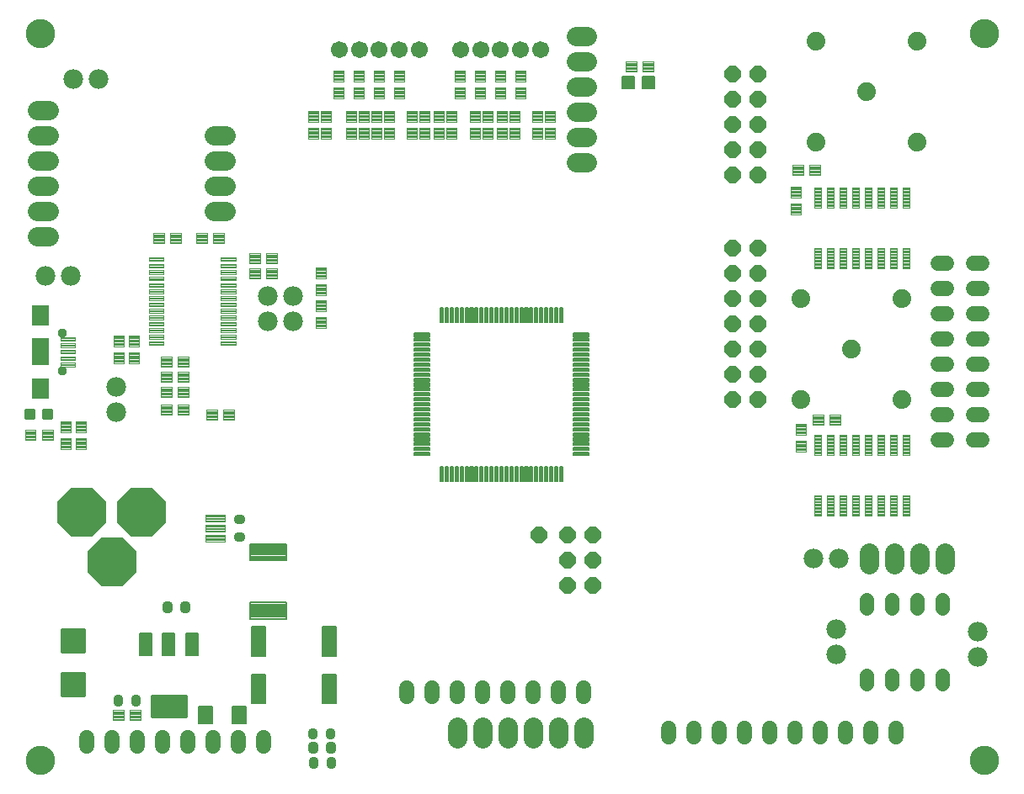
<source format=gts>
G75*
%MOIN*%
%OFA0B0*%
%FSLAX25Y25*%
%IPPOS*%
%LPD*%
%AMOC8*
5,1,8,0,0,1.08239X$1,22.5*
%
%ADD10C,0.11600*%
%ADD11OC8,0.06502*%
%ADD12C,0.06000*%
%ADD13C,0.00591*%
%ADD14C,0.00512*%
%ADD15C,0.00985*%
%ADD16OC8,0.19400*%
%ADD17C,0.08668*%
%ADD18C,0.00520*%
%ADD19C,0.00906*%
%ADD20C,0.03150*%
%ADD21C,0.00538*%
%ADD22C,0.00473*%
%ADD23C,0.07800*%
%ADD24C,0.06699*%
%ADD25C,0.00434*%
%ADD26C,0.00494*%
%ADD27C,0.03746*%
%ADD28R,0.06693X0.07874*%
%ADD29R,0.06693X0.10630*%
%ADD30C,0.07800*%
%ADD31C,0.01301*%
%ADD32C,0.00450*%
%ADD33C,0.07400*%
%ADD34C,0.05600*%
%ADD35OC8,0.06400*%
%ADD36C,0.00709*%
D10*
X0021346Y0015800D03*
X0021346Y0303800D03*
X0395046Y0303800D03*
X0395046Y0015800D03*
D11*
X0239783Y0085304D03*
X0229783Y0085304D03*
X0229783Y0095304D03*
X0229783Y0105304D03*
X0239783Y0105304D03*
X0239783Y0095304D03*
D12*
X0236220Y0044645D02*
X0236220Y0041285D01*
X0226220Y0041285D02*
X0226220Y0044645D01*
X0216220Y0044645D02*
X0216220Y0041285D01*
X0206220Y0041285D02*
X0206220Y0044645D01*
X0196220Y0044645D02*
X0196220Y0041285D01*
X0186220Y0041285D02*
X0186220Y0044645D01*
X0176220Y0044645D02*
X0176220Y0041285D01*
X0166220Y0041285D02*
X0166220Y0044645D01*
X0109504Y0024795D02*
X0109504Y0021435D01*
X0099504Y0021435D02*
X0099504Y0024795D01*
X0089504Y0024795D02*
X0089504Y0021435D01*
X0079504Y0021435D02*
X0079504Y0024795D01*
X0069504Y0024795D02*
X0069504Y0021435D01*
X0059504Y0021435D02*
X0059504Y0024795D01*
X0049504Y0024795D02*
X0049504Y0021435D01*
X0039504Y0021435D02*
X0039504Y0024795D01*
X0269882Y0025285D02*
X0269882Y0028645D01*
X0279882Y0028645D02*
X0279882Y0025285D01*
X0289882Y0025285D02*
X0289882Y0028645D01*
X0299882Y0028645D02*
X0299882Y0025285D01*
X0309882Y0025285D02*
X0309882Y0028645D01*
X0319882Y0028645D02*
X0319882Y0025285D01*
X0329882Y0025285D02*
X0329882Y0028645D01*
X0339882Y0028645D02*
X0339882Y0025285D01*
X0349882Y0025285D02*
X0349882Y0028645D01*
X0359882Y0028645D02*
X0359882Y0025285D01*
X0376666Y0142800D02*
X0380026Y0142800D01*
X0380026Y0152800D02*
X0376666Y0152800D01*
X0376666Y0162800D02*
X0380026Y0162800D01*
X0390666Y0162800D02*
X0394026Y0162800D01*
X0394026Y0152800D02*
X0390666Y0152800D01*
X0390666Y0142800D02*
X0394026Y0142800D01*
X0394026Y0172800D02*
X0390666Y0172800D01*
X0390666Y0182800D02*
X0394026Y0182800D01*
X0394026Y0192800D02*
X0390666Y0192800D01*
X0390666Y0202800D02*
X0394026Y0202800D01*
X0394026Y0212800D02*
X0390666Y0212800D01*
X0380026Y0212800D02*
X0376666Y0212800D01*
X0376666Y0202800D02*
X0380026Y0202800D01*
X0380026Y0192800D02*
X0376666Y0192800D01*
X0376666Y0182800D02*
X0380026Y0182800D01*
X0380026Y0172800D02*
X0376666Y0172800D01*
D13*
X0138130Y0068870D02*
X0138130Y0057250D01*
X0132808Y0057250D01*
X0132808Y0068870D01*
X0138130Y0068870D01*
X0138130Y0057840D02*
X0132808Y0057840D01*
X0132808Y0058430D02*
X0138130Y0058430D01*
X0138130Y0059020D02*
X0132808Y0059020D01*
X0132808Y0059610D02*
X0138130Y0059610D01*
X0138130Y0060200D02*
X0132808Y0060200D01*
X0132808Y0060790D02*
X0138130Y0060790D01*
X0138130Y0061380D02*
X0132808Y0061380D01*
X0132808Y0061970D02*
X0138130Y0061970D01*
X0138130Y0062560D02*
X0132808Y0062560D01*
X0132808Y0063150D02*
X0138130Y0063150D01*
X0138130Y0063740D02*
X0132808Y0063740D01*
X0132808Y0064330D02*
X0138130Y0064330D01*
X0138130Y0064920D02*
X0132808Y0064920D01*
X0132808Y0065510D02*
X0138130Y0065510D01*
X0138130Y0066100D02*
X0132808Y0066100D01*
X0132808Y0066690D02*
X0138130Y0066690D01*
X0138130Y0067280D02*
X0132808Y0067280D01*
X0132808Y0067870D02*
X0138130Y0067870D01*
X0138130Y0068460D02*
X0132808Y0068460D01*
X0110130Y0068870D02*
X0110130Y0057250D01*
X0104808Y0057250D01*
X0104808Y0068870D01*
X0110130Y0068870D01*
X0110130Y0057840D02*
X0104808Y0057840D01*
X0104808Y0058430D02*
X0110130Y0058430D01*
X0110130Y0059020D02*
X0104808Y0059020D01*
X0104808Y0059610D02*
X0110130Y0059610D01*
X0110130Y0060200D02*
X0104808Y0060200D01*
X0104808Y0060790D02*
X0110130Y0060790D01*
X0110130Y0061380D02*
X0104808Y0061380D01*
X0104808Y0061970D02*
X0110130Y0061970D01*
X0110130Y0062560D02*
X0104808Y0062560D01*
X0104808Y0063150D02*
X0110130Y0063150D01*
X0110130Y0063740D02*
X0104808Y0063740D01*
X0104808Y0064330D02*
X0110130Y0064330D01*
X0110130Y0064920D02*
X0104808Y0064920D01*
X0104808Y0065510D02*
X0110130Y0065510D01*
X0110130Y0066100D02*
X0104808Y0066100D01*
X0104808Y0066690D02*
X0110130Y0066690D01*
X0110130Y0067280D02*
X0104808Y0067280D01*
X0104808Y0067870D02*
X0110130Y0067870D01*
X0110130Y0068460D02*
X0104808Y0068460D01*
X0110130Y0049972D02*
X0110130Y0038352D01*
X0104808Y0038352D01*
X0104808Y0049972D01*
X0110130Y0049972D01*
X0110130Y0038942D02*
X0104808Y0038942D01*
X0104808Y0039532D02*
X0110130Y0039532D01*
X0110130Y0040122D02*
X0104808Y0040122D01*
X0104808Y0040712D02*
X0110130Y0040712D01*
X0110130Y0041302D02*
X0104808Y0041302D01*
X0104808Y0041892D02*
X0110130Y0041892D01*
X0110130Y0042482D02*
X0104808Y0042482D01*
X0104808Y0043072D02*
X0110130Y0043072D01*
X0110130Y0043662D02*
X0104808Y0043662D01*
X0104808Y0044252D02*
X0110130Y0044252D01*
X0110130Y0044842D02*
X0104808Y0044842D01*
X0104808Y0045432D02*
X0110130Y0045432D01*
X0110130Y0046022D02*
X0104808Y0046022D01*
X0104808Y0046612D02*
X0110130Y0046612D01*
X0110130Y0047202D02*
X0104808Y0047202D01*
X0104808Y0047792D02*
X0110130Y0047792D01*
X0110130Y0048382D02*
X0104808Y0048382D01*
X0104808Y0048972D02*
X0110130Y0048972D01*
X0110130Y0049562D02*
X0104808Y0049562D01*
X0102641Y0037311D02*
X0097319Y0037311D01*
X0102641Y0037311D02*
X0102641Y0030415D01*
X0097319Y0030415D01*
X0097319Y0037311D01*
X0097319Y0031005D02*
X0102641Y0031005D01*
X0102641Y0031595D02*
X0097319Y0031595D01*
X0097319Y0032185D02*
X0102641Y0032185D01*
X0102641Y0032775D02*
X0097319Y0032775D01*
X0097319Y0033365D02*
X0102641Y0033365D01*
X0102641Y0033955D02*
X0097319Y0033955D01*
X0097319Y0034545D02*
X0102641Y0034545D01*
X0102641Y0035135D02*
X0097319Y0035135D01*
X0097319Y0035725D02*
X0102641Y0035725D01*
X0102641Y0036315D02*
X0097319Y0036315D01*
X0097319Y0036905D02*
X0102641Y0036905D01*
X0089255Y0037311D02*
X0083933Y0037311D01*
X0089255Y0037311D02*
X0089255Y0030415D01*
X0083933Y0030415D01*
X0083933Y0037311D01*
X0083933Y0031005D02*
X0089255Y0031005D01*
X0089255Y0031595D02*
X0083933Y0031595D01*
X0083933Y0032185D02*
X0089255Y0032185D01*
X0089255Y0032775D02*
X0083933Y0032775D01*
X0083933Y0033365D02*
X0089255Y0033365D01*
X0089255Y0033955D02*
X0083933Y0033955D01*
X0083933Y0034545D02*
X0089255Y0034545D01*
X0089255Y0035135D02*
X0083933Y0035135D01*
X0083933Y0035725D02*
X0089255Y0035725D01*
X0089255Y0036315D02*
X0083933Y0036315D01*
X0083933Y0036905D02*
X0089255Y0036905D01*
X0138130Y0038352D02*
X0138130Y0049972D01*
X0138130Y0038352D02*
X0132808Y0038352D01*
X0132808Y0049972D01*
X0138130Y0049972D01*
X0138130Y0038942D02*
X0132808Y0038942D01*
X0132808Y0039532D02*
X0138130Y0039532D01*
X0138130Y0040122D02*
X0132808Y0040122D01*
X0132808Y0040712D02*
X0138130Y0040712D01*
X0138130Y0041302D02*
X0132808Y0041302D01*
X0132808Y0041892D02*
X0138130Y0041892D01*
X0138130Y0042482D02*
X0132808Y0042482D01*
X0132808Y0043072D02*
X0138130Y0043072D01*
X0138130Y0043662D02*
X0132808Y0043662D01*
X0132808Y0044252D02*
X0138130Y0044252D01*
X0138130Y0044842D02*
X0132808Y0044842D01*
X0132808Y0045432D02*
X0138130Y0045432D01*
X0138130Y0046022D02*
X0132808Y0046022D01*
X0132808Y0046612D02*
X0138130Y0046612D01*
X0138130Y0047202D02*
X0132808Y0047202D01*
X0132808Y0047792D02*
X0138130Y0047792D01*
X0138130Y0048382D02*
X0132808Y0048382D01*
X0132808Y0048972D02*
X0138130Y0048972D01*
X0138130Y0049562D02*
X0132808Y0049562D01*
D14*
X0251466Y0282250D02*
X0251466Y0286862D01*
X0256078Y0286862D01*
X0256078Y0282250D01*
X0251466Y0282250D01*
X0251466Y0282761D02*
X0256078Y0282761D01*
X0256078Y0283272D02*
X0251466Y0283272D01*
X0251466Y0283783D02*
X0256078Y0283783D01*
X0256078Y0284294D02*
X0251466Y0284294D01*
X0251466Y0284805D02*
X0256078Y0284805D01*
X0256078Y0285316D02*
X0251466Y0285316D01*
X0251466Y0285827D02*
X0256078Y0285827D01*
X0256078Y0286338D02*
X0251466Y0286338D01*
X0251466Y0286849D02*
X0256078Y0286849D01*
X0259733Y0286862D02*
X0259733Y0282250D01*
X0259733Y0286862D02*
X0264345Y0286862D01*
X0264345Y0282250D01*
X0259733Y0282250D01*
X0259733Y0282761D02*
X0264345Y0282761D01*
X0264345Y0283272D02*
X0259733Y0283272D01*
X0259733Y0283783D02*
X0264345Y0283783D01*
X0264345Y0284294D02*
X0259733Y0284294D01*
X0259733Y0284805D02*
X0264345Y0284805D01*
X0264345Y0285316D02*
X0259733Y0285316D01*
X0259733Y0285827D02*
X0264345Y0285827D01*
X0264345Y0286338D02*
X0259733Y0286338D01*
X0259733Y0286849D02*
X0264345Y0286849D01*
D15*
X0038589Y0067752D02*
X0038589Y0058888D01*
X0029725Y0058888D01*
X0029725Y0067752D01*
X0038589Y0067752D01*
X0038589Y0059872D02*
X0029725Y0059872D01*
X0029725Y0060856D02*
X0038589Y0060856D01*
X0038589Y0061840D02*
X0029725Y0061840D01*
X0029725Y0062824D02*
X0038589Y0062824D01*
X0038589Y0063808D02*
X0029725Y0063808D01*
X0029725Y0064792D02*
X0038589Y0064792D01*
X0038589Y0065776D02*
X0029725Y0065776D01*
X0029725Y0066760D02*
X0038589Y0066760D01*
X0038589Y0067744D02*
X0029725Y0067744D01*
X0038589Y0050429D02*
X0038589Y0041565D01*
X0029725Y0041565D01*
X0029725Y0050429D01*
X0038589Y0050429D01*
X0038589Y0042549D02*
X0029725Y0042549D01*
X0029725Y0043533D02*
X0038589Y0043533D01*
X0038589Y0044517D02*
X0029725Y0044517D01*
X0029725Y0045501D02*
X0038589Y0045501D01*
X0038589Y0046485D02*
X0029725Y0046485D01*
X0029725Y0047469D02*
X0038589Y0047469D01*
X0038589Y0048453D02*
X0029725Y0048453D01*
X0029725Y0049437D02*
X0038589Y0049437D01*
X0038589Y0050421D02*
X0029725Y0050421D01*
D16*
X0049483Y0094366D03*
X0037683Y0114066D03*
X0061283Y0114066D03*
D17*
X0061283Y0111066D03*
X0061283Y0117066D03*
X0037683Y0117066D03*
X0037683Y0111066D03*
X0046483Y0094366D03*
X0052483Y0094366D03*
D18*
X0060591Y0066025D02*
X0065271Y0066025D01*
X0065271Y0057345D01*
X0060591Y0057345D01*
X0060591Y0066025D01*
X0060591Y0057864D02*
X0065271Y0057864D01*
X0065271Y0058383D02*
X0060591Y0058383D01*
X0060591Y0058902D02*
X0065271Y0058902D01*
X0065271Y0059421D02*
X0060591Y0059421D01*
X0060591Y0059940D02*
X0065271Y0059940D01*
X0065271Y0060459D02*
X0060591Y0060459D01*
X0060591Y0060978D02*
X0065271Y0060978D01*
X0065271Y0061497D02*
X0060591Y0061497D01*
X0060591Y0062016D02*
X0065271Y0062016D01*
X0065271Y0062535D02*
X0060591Y0062535D01*
X0060591Y0063054D02*
X0065271Y0063054D01*
X0065271Y0063573D02*
X0060591Y0063573D01*
X0060591Y0064092D02*
X0065271Y0064092D01*
X0065271Y0064611D02*
X0060591Y0064611D01*
X0060591Y0065130D02*
X0065271Y0065130D01*
X0065271Y0065649D02*
X0060591Y0065649D01*
X0069691Y0066025D02*
X0074371Y0066025D01*
X0074371Y0057345D01*
X0069691Y0057345D01*
X0069691Y0066025D01*
X0069691Y0057864D02*
X0074371Y0057864D01*
X0074371Y0058383D02*
X0069691Y0058383D01*
X0069691Y0058902D02*
X0074371Y0058902D01*
X0074371Y0059421D02*
X0069691Y0059421D01*
X0069691Y0059940D02*
X0074371Y0059940D01*
X0074371Y0060459D02*
X0069691Y0060459D01*
X0069691Y0060978D02*
X0074371Y0060978D01*
X0074371Y0061497D02*
X0069691Y0061497D01*
X0069691Y0062016D02*
X0074371Y0062016D01*
X0074371Y0062535D02*
X0069691Y0062535D01*
X0069691Y0063054D02*
X0074371Y0063054D01*
X0074371Y0063573D02*
X0069691Y0063573D01*
X0069691Y0064092D02*
X0074371Y0064092D01*
X0074371Y0064611D02*
X0069691Y0064611D01*
X0069691Y0065130D02*
X0074371Y0065130D01*
X0074371Y0065649D02*
X0069691Y0065649D01*
X0078791Y0066025D02*
X0083471Y0066025D01*
X0083471Y0057345D01*
X0078791Y0057345D01*
X0078791Y0066025D01*
X0078791Y0057864D02*
X0083471Y0057864D01*
X0083471Y0058383D02*
X0078791Y0058383D01*
X0078791Y0058902D02*
X0083471Y0058902D01*
X0083471Y0059421D02*
X0078791Y0059421D01*
X0078791Y0059940D02*
X0083471Y0059940D01*
X0083471Y0060459D02*
X0078791Y0060459D01*
X0078791Y0060978D02*
X0083471Y0060978D01*
X0083471Y0061497D02*
X0078791Y0061497D01*
X0078791Y0062016D02*
X0083471Y0062016D01*
X0083471Y0062535D02*
X0078791Y0062535D01*
X0078791Y0063054D02*
X0083471Y0063054D01*
X0083471Y0063573D02*
X0078791Y0063573D01*
X0078791Y0064092D02*
X0083471Y0064092D01*
X0083471Y0064611D02*
X0078791Y0064611D01*
X0078791Y0065130D02*
X0083471Y0065130D01*
X0083471Y0065649D02*
X0078791Y0065649D01*
D19*
X0078864Y0041361D02*
X0065198Y0041361D01*
X0078864Y0041361D02*
X0078864Y0033207D01*
X0065198Y0033207D01*
X0065198Y0041361D01*
X0065198Y0034112D02*
X0078864Y0034112D01*
X0078864Y0035017D02*
X0065198Y0035017D01*
X0065198Y0035922D02*
X0078864Y0035922D01*
X0078864Y0036827D02*
X0065198Y0036827D01*
X0065198Y0037732D02*
X0078864Y0037732D01*
X0078864Y0038637D02*
X0065198Y0038637D01*
X0065198Y0039542D02*
X0078864Y0039542D01*
X0078864Y0040447D02*
X0065198Y0040447D01*
X0065198Y0041352D02*
X0078864Y0041352D01*
D20*
X0058513Y0040464D02*
X0058513Y0038884D01*
X0058513Y0040464D02*
X0059299Y0040464D01*
X0059299Y0038884D01*
X0058513Y0038884D01*
X0051513Y0038884D02*
X0051513Y0040464D01*
X0052299Y0040464D01*
X0052299Y0038884D01*
X0051513Y0038884D01*
X0071739Y0075817D02*
X0071739Y0077397D01*
X0071739Y0075817D02*
X0070953Y0075817D01*
X0070953Y0077397D01*
X0071739Y0077397D01*
X0078739Y0077397D02*
X0078739Y0075817D01*
X0077953Y0075817D01*
X0077953Y0077397D01*
X0078739Y0077397D01*
X0100699Y0104092D02*
X0100699Y0104878D01*
X0100699Y0104092D02*
X0099119Y0104092D01*
X0099119Y0104878D01*
X0100699Y0104878D01*
X0100699Y0111092D02*
X0100699Y0111878D01*
X0100699Y0111092D02*
X0099119Y0111092D01*
X0099119Y0111878D01*
X0100699Y0111878D01*
X0129365Y0027275D02*
X0129365Y0025695D01*
X0128579Y0025695D01*
X0128579Y0027275D01*
X0129365Y0027275D01*
X0129519Y0021830D02*
X0129519Y0020250D01*
X0128733Y0020250D01*
X0128733Y0021830D01*
X0129519Y0021830D01*
X0136519Y0021830D02*
X0136519Y0020250D01*
X0135733Y0020250D01*
X0135733Y0021830D01*
X0136519Y0021830D01*
X0136365Y0025695D02*
X0136365Y0027275D01*
X0136365Y0025695D02*
X0135579Y0025695D01*
X0135579Y0027275D01*
X0136365Y0027275D01*
X0136610Y0015771D02*
X0136610Y0014191D01*
X0135824Y0014191D01*
X0135824Y0015771D01*
X0136610Y0015771D01*
X0129610Y0015771D02*
X0129610Y0014191D01*
X0128824Y0014191D01*
X0128824Y0015771D01*
X0129610Y0015771D01*
D21*
X0180615Y0126516D02*
X0180615Y0132284D01*
X0180615Y0126516D02*
X0179573Y0126516D01*
X0179573Y0132284D01*
X0180615Y0132284D01*
X0180615Y0127053D02*
X0179573Y0127053D01*
X0179573Y0127590D02*
X0180615Y0127590D01*
X0180615Y0128127D02*
X0179573Y0128127D01*
X0179573Y0128664D02*
X0180615Y0128664D01*
X0180615Y0129201D02*
X0179573Y0129201D01*
X0179573Y0129738D02*
X0180615Y0129738D01*
X0180615Y0130275D02*
X0179573Y0130275D01*
X0179573Y0130812D02*
X0180615Y0130812D01*
X0180615Y0131349D02*
X0179573Y0131349D01*
X0179573Y0131886D02*
X0180615Y0131886D01*
X0182584Y0132284D02*
X0182584Y0126516D01*
X0181542Y0126516D01*
X0181542Y0132284D01*
X0182584Y0132284D01*
X0182584Y0127053D02*
X0181542Y0127053D01*
X0181542Y0127590D02*
X0182584Y0127590D01*
X0182584Y0128127D02*
X0181542Y0128127D01*
X0181542Y0128664D02*
X0182584Y0128664D01*
X0182584Y0129201D02*
X0181542Y0129201D01*
X0181542Y0129738D02*
X0182584Y0129738D01*
X0182584Y0130275D02*
X0181542Y0130275D01*
X0181542Y0130812D02*
X0182584Y0130812D01*
X0182584Y0131349D02*
X0181542Y0131349D01*
X0181542Y0131886D02*
X0182584Y0131886D01*
X0184552Y0132284D02*
X0184552Y0126516D01*
X0183510Y0126516D01*
X0183510Y0132284D01*
X0184552Y0132284D01*
X0184552Y0127053D02*
X0183510Y0127053D01*
X0183510Y0127590D02*
X0184552Y0127590D01*
X0184552Y0128127D02*
X0183510Y0128127D01*
X0183510Y0128664D02*
X0184552Y0128664D01*
X0184552Y0129201D02*
X0183510Y0129201D01*
X0183510Y0129738D02*
X0184552Y0129738D01*
X0184552Y0130275D02*
X0183510Y0130275D01*
X0183510Y0130812D02*
X0184552Y0130812D01*
X0184552Y0131349D02*
X0183510Y0131349D01*
X0183510Y0131886D02*
X0184552Y0131886D01*
X0186521Y0132284D02*
X0186521Y0126516D01*
X0185479Y0126516D01*
X0185479Y0132284D01*
X0186521Y0132284D01*
X0186521Y0127053D02*
X0185479Y0127053D01*
X0185479Y0127590D02*
X0186521Y0127590D01*
X0186521Y0128127D02*
X0185479Y0128127D01*
X0185479Y0128664D02*
X0186521Y0128664D01*
X0186521Y0129201D02*
X0185479Y0129201D01*
X0185479Y0129738D02*
X0186521Y0129738D01*
X0186521Y0130275D02*
X0185479Y0130275D01*
X0185479Y0130812D02*
X0186521Y0130812D01*
X0186521Y0131349D02*
X0185479Y0131349D01*
X0185479Y0131886D02*
X0186521Y0131886D01*
X0188490Y0132284D02*
X0188490Y0126516D01*
X0187448Y0126516D01*
X0187448Y0132284D01*
X0188490Y0132284D01*
X0188490Y0127053D02*
X0187448Y0127053D01*
X0187448Y0127590D02*
X0188490Y0127590D01*
X0188490Y0128127D02*
X0187448Y0128127D01*
X0187448Y0128664D02*
X0188490Y0128664D01*
X0188490Y0129201D02*
X0187448Y0129201D01*
X0187448Y0129738D02*
X0188490Y0129738D01*
X0188490Y0130275D02*
X0187448Y0130275D01*
X0187448Y0130812D02*
X0188490Y0130812D01*
X0188490Y0131349D02*
X0187448Y0131349D01*
X0187448Y0131886D02*
X0188490Y0131886D01*
X0190458Y0132284D02*
X0190458Y0126516D01*
X0189416Y0126516D01*
X0189416Y0132284D01*
X0190458Y0132284D01*
X0190458Y0127053D02*
X0189416Y0127053D01*
X0189416Y0127590D02*
X0190458Y0127590D01*
X0190458Y0128127D02*
X0189416Y0128127D01*
X0189416Y0128664D02*
X0190458Y0128664D01*
X0190458Y0129201D02*
X0189416Y0129201D01*
X0189416Y0129738D02*
X0190458Y0129738D01*
X0190458Y0130275D02*
X0189416Y0130275D01*
X0189416Y0130812D02*
X0190458Y0130812D01*
X0190458Y0131349D02*
X0189416Y0131349D01*
X0189416Y0131886D02*
X0190458Y0131886D01*
X0192427Y0132284D02*
X0192427Y0126516D01*
X0191385Y0126516D01*
X0191385Y0132284D01*
X0192427Y0132284D01*
X0192427Y0127053D02*
X0191385Y0127053D01*
X0191385Y0127590D02*
X0192427Y0127590D01*
X0192427Y0128127D02*
X0191385Y0128127D01*
X0191385Y0128664D02*
X0192427Y0128664D01*
X0192427Y0129201D02*
X0191385Y0129201D01*
X0191385Y0129738D02*
X0192427Y0129738D01*
X0192427Y0130275D02*
X0191385Y0130275D01*
X0191385Y0130812D02*
X0192427Y0130812D01*
X0192427Y0131349D02*
X0191385Y0131349D01*
X0191385Y0131886D02*
X0192427Y0131886D01*
X0194395Y0132284D02*
X0194395Y0126516D01*
X0193353Y0126516D01*
X0193353Y0132284D01*
X0194395Y0132284D01*
X0194395Y0127053D02*
X0193353Y0127053D01*
X0193353Y0127590D02*
X0194395Y0127590D01*
X0194395Y0128127D02*
X0193353Y0128127D01*
X0193353Y0128664D02*
X0194395Y0128664D01*
X0194395Y0129201D02*
X0193353Y0129201D01*
X0193353Y0129738D02*
X0194395Y0129738D01*
X0194395Y0130275D02*
X0193353Y0130275D01*
X0193353Y0130812D02*
X0194395Y0130812D01*
X0194395Y0131349D02*
X0193353Y0131349D01*
X0193353Y0131886D02*
X0194395Y0131886D01*
X0196364Y0132284D02*
X0196364Y0126516D01*
X0195322Y0126516D01*
X0195322Y0132284D01*
X0196364Y0132284D01*
X0196364Y0127053D02*
X0195322Y0127053D01*
X0195322Y0127590D02*
X0196364Y0127590D01*
X0196364Y0128127D02*
X0195322Y0128127D01*
X0195322Y0128664D02*
X0196364Y0128664D01*
X0196364Y0129201D02*
X0195322Y0129201D01*
X0195322Y0129738D02*
X0196364Y0129738D01*
X0196364Y0130275D02*
X0195322Y0130275D01*
X0195322Y0130812D02*
X0196364Y0130812D01*
X0196364Y0131349D02*
X0195322Y0131349D01*
X0195322Y0131886D02*
X0196364Y0131886D01*
X0198332Y0132284D02*
X0198332Y0126516D01*
X0197290Y0126516D01*
X0197290Y0132284D01*
X0198332Y0132284D01*
X0198332Y0127053D02*
X0197290Y0127053D01*
X0197290Y0127590D02*
X0198332Y0127590D01*
X0198332Y0128127D02*
X0197290Y0128127D01*
X0197290Y0128664D02*
X0198332Y0128664D01*
X0198332Y0129201D02*
X0197290Y0129201D01*
X0197290Y0129738D02*
X0198332Y0129738D01*
X0198332Y0130275D02*
X0197290Y0130275D01*
X0197290Y0130812D02*
X0198332Y0130812D01*
X0198332Y0131349D02*
X0197290Y0131349D01*
X0197290Y0131886D02*
X0198332Y0131886D01*
X0200301Y0132284D02*
X0200301Y0126516D01*
X0199259Y0126516D01*
X0199259Y0132284D01*
X0200301Y0132284D01*
X0200301Y0127053D02*
X0199259Y0127053D01*
X0199259Y0127590D02*
X0200301Y0127590D01*
X0200301Y0128127D02*
X0199259Y0128127D01*
X0199259Y0128664D02*
X0200301Y0128664D01*
X0200301Y0129201D02*
X0199259Y0129201D01*
X0199259Y0129738D02*
X0200301Y0129738D01*
X0200301Y0130275D02*
X0199259Y0130275D01*
X0199259Y0130812D02*
X0200301Y0130812D01*
X0200301Y0131349D02*
X0199259Y0131349D01*
X0199259Y0131886D02*
X0200301Y0131886D01*
X0202269Y0132284D02*
X0202269Y0126516D01*
X0201227Y0126516D01*
X0201227Y0132284D01*
X0202269Y0132284D01*
X0202269Y0127053D02*
X0201227Y0127053D01*
X0201227Y0127590D02*
X0202269Y0127590D01*
X0202269Y0128127D02*
X0201227Y0128127D01*
X0201227Y0128664D02*
X0202269Y0128664D01*
X0202269Y0129201D02*
X0201227Y0129201D01*
X0201227Y0129738D02*
X0202269Y0129738D01*
X0202269Y0130275D02*
X0201227Y0130275D01*
X0201227Y0130812D02*
X0202269Y0130812D01*
X0202269Y0131349D02*
X0201227Y0131349D01*
X0201227Y0131886D02*
X0202269Y0131886D01*
X0204238Y0132284D02*
X0204238Y0126516D01*
X0203196Y0126516D01*
X0203196Y0132284D01*
X0204238Y0132284D01*
X0204238Y0127053D02*
X0203196Y0127053D01*
X0203196Y0127590D02*
X0204238Y0127590D01*
X0204238Y0128127D02*
X0203196Y0128127D01*
X0203196Y0128664D02*
X0204238Y0128664D01*
X0204238Y0129201D02*
X0203196Y0129201D01*
X0203196Y0129738D02*
X0204238Y0129738D01*
X0204238Y0130275D02*
X0203196Y0130275D01*
X0203196Y0130812D02*
X0204238Y0130812D01*
X0204238Y0131349D02*
X0203196Y0131349D01*
X0203196Y0131886D02*
X0204238Y0131886D01*
X0206206Y0132284D02*
X0206206Y0126516D01*
X0205164Y0126516D01*
X0205164Y0132284D01*
X0206206Y0132284D01*
X0206206Y0127053D02*
X0205164Y0127053D01*
X0205164Y0127590D02*
X0206206Y0127590D01*
X0206206Y0128127D02*
X0205164Y0128127D01*
X0205164Y0128664D02*
X0206206Y0128664D01*
X0206206Y0129201D02*
X0205164Y0129201D01*
X0205164Y0129738D02*
X0206206Y0129738D01*
X0206206Y0130275D02*
X0205164Y0130275D01*
X0205164Y0130812D02*
X0206206Y0130812D01*
X0206206Y0131349D02*
X0205164Y0131349D01*
X0205164Y0131886D02*
X0206206Y0131886D01*
X0208175Y0132284D02*
X0208175Y0126516D01*
X0207133Y0126516D01*
X0207133Y0132284D01*
X0208175Y0132284D01*
X0208175Y0127053D02*
X0207133Y0127053D01*
X0207133Y0127590D02*
X0208175Y0127590D01*
X0208175Y0128127D02*
X0207133Y0128127D01*
X0207133Y0128664D02*
X0208175Y0128664D01*
X0208175Y0129201D02*
X0207133Y0129201D01*
X0207133Y0129738D02*
X0208175Y0129738D01*
X0208175Y0130275D02*
X0207133Y0130275D01*
X0207133Y0130812D02*
X0208175Y0130812D01*
X0208175Y0131349D02*
X0207133Y0131349D01*
X0207133Y0131886D02*
X0208175Y0131886D01*
X0210143Y0132284D02*
X0210143Y0126516D01*
X0209101Y0126516D01*
X0209101Y0132284D01*
X0210143Y0132284D01*
X0210143Y0127053D02*
X0209101Y0127053D01*
X0209101Y0127590D02*
X0210143Y0127590D01*
X0210143Y0128127D02*
X0209101Y0128127D01*
X0209101Y0128664D02*
X0210143Y0128664D01*
X0210143Y0129201D02*
X0209101Y0129201D01*
X0209101Y0129738D02*
X0210143Y0129738D01*
X0210143Y0130275D02*
X0209101Y0130275D01*
X0209101Y0130812D02*
X0210143Y0130812D01*
X0210143Y0131349D02*
X0209101Y0131349D01*
X0209101Y0131886D02*
X0210143Y0131886D01*
X0212112Y0132284D02*
X0212112Y0126516D01*
X0211070Y0126516D01*
X0211070Y0132284D01*
X0212112Y0132284D01*
X0212112Y0127053D02*
X0211070Y0127053D01*
X0211070Y0127590D02*
X0212112Y0127590D01*
X0212112Y0128127D02*
X0211070Y0128127D01*
X0211070Y0128664D02*
X0212112Y0128664D01*
X0212112Y0129201D02*
X0211070Y0129201D01*
X0211070Y0129738D02*
X0212112Y0129738D01*
X0212112Y0130275D02*
X0211070Y0130275D01*
X0211070Y0130812D02*
X0212112Y0130812D01*
X0212112Y0131349D02*
X0211070Y0131349D01*
X0211070Y0131886D02*
X0212112Y0131886D01*
X0214080Y0132284D02*
X0214080Y0126516D01*
X0213038Y0126516D01*
X0213038Y0132284D01*
X0214080Y0132284D01*
X0214080Y0127053D02*
X0213038Y0127053D01*
X0213038Y0127590D02*
X0214080Y0127590D01*
X0214080Y0128127D02*
X0213038Y0128127D01*
X0213038Y0128664D02*
X0214080Y0128664D01*
X0214080Y0129201D02*
X0213038Y0129201D01*
X0213038Y0129738D02*
X0214080Y0129738D01*
X0214080Y0130275D02*
X0213038Y0130275D01*
X0213038Y0130812D02*
X0214080Y0130812D01*
X0214080Y0131349D02*
X0213038Y0131349D01*
X0213038Y0131886D02*
X0214080Y0131886D01*
X0216049Y0132284D02*
X0216049Y0126516D01*
X0215007Y0126516D01*
X0215007Y0132284D01*
X0216049Y0132284D01*
X0216049Y0127053D02*
X0215007Y0127053D01*
X0215007Y0127590D02*
X0216049Y0127590D01*
X0216049Y0128127D02*
X0215007Y0128127D01*
X0215007Y0128664D02*
X0216049Y0128664D01*
X0216049Y0129201D02*
X0215007Y0129201D01*
X0215007Y0129738D02*
X0216049Y0129738D01*
X0216049Y0130275D02*
X0215007Y0130275D01*
X0215007Y0130812D02*
X0216049Y0130812D01*
X0216049Y0131349D02*
X0215007Y0131349D01*
X0215007Y0131886D02*
X0216049Y0131886D01*
X0218017Y0132284D02*
X0218017Y0126516D01*
X0216975Y0126516D01*
X0216975Y0132284D01*
X0218017Y0132284D01*
X0218017Y0127053D02*
X0216975Y0127053D01*
X0216975Y0127590D02*
X0218017Y0127590D01*
X0218017Y0128127D02*
X0216975Y0128127D01*
X0216975Y0128664D02*
X0218017Y0128664D01*
X0218017Y0129201D02*
X0216975Y0129201D01*
X0216975Y0129738D02*
X0218017Y0129738D01*
X0218017Y0130275D02*
X0216975Y0130275D01*
X0216975Y0130812D02*
X0218017Y0130812D01*
X0218017Y0131349D02*
X0216975Y0131349D01*
X0216975Y0131886D02*
X0218017Y0131886D01*
X0219986Y0132284D02*
X0219986Y0126516D01*
X0218944Y0126516D01*
X0218944Y0132284D01*
X0219986Y0132284D01*
X0219986Y0127053D02*
X0218944Y0127053D01*
X0218944Y0127590D02*
X0219986Y0127590D01*
X0219986Y0128127D02*
X0218944Y0128127D01*
X0218944Y0128664D02*
X0219986Y0128664D01*
X0219986Y0129201D02*
X0218944Y0129201D01*
X0218944Y0129738D02*
X0219986Y0129738D01*
X0219986Y0130275D02*
X0218944Y0130275D01*
X0218944Y0130812D02*
X0219986Y0130812D01*
X0219986Y0131349D02*
X0218944Y0131349D01*
X0218944Y0131886D02*
X0219986Y0131886D01*
X0221954Y0132284D02*
X0221954Y0126516D01*
X0220912Y0126516D01*
X0220912Y0132284D01*
X0221954Y0132284D01*
X0221954Y0127053D02*
X0220912Y0127053D01*
X0220912Y0127590D02*
X0221954Y0127590D01*
X0221954Y0128127D02*
X0220912Y0128127D01*
X0220912Y0128664D02*
X0221954Y0128664D01*
X0221954Y0129201D02*
X0220912Y0129201D01*
X0220912Y0129738D02*
X0221954Y0129738D01*
X0221954Y0130275D02*
X0220912Y0130275D01*
X0220912Y0130812D02*
X0221954Y0130812D01*
X0221954Y0131349D02*
X0220912Y0131349D01*
X0220912Y0131886D02*
X0221954Y0131886D01*
X0223923Y0132284D02*
X0223923Y0126516D01*
X0222881Y0126516D01*
X0222881Y0132284D01*
X0223923Y0132284D01*
X0223923Y0127053D02*
X0222881Y0127053D01*
X0222881Y0127590D02*
X0223923Y0127590D01*
X0223923Y0128127D02*
X0222881Y0128127D01*
X0222881Y0128664D02*
X0223923Y0128664D01*
X0223923Y0129201D02*
X0222881Y0129201D01*
X0222881Y0129738D02*
X0223923Y0129738D01*
X0223923Y0130275D02*
X0222881Y0130275D01*
X0222881Y0130812D02*
X0223923Y0130812D01*
X0223923Y0131349D02*
X0222881Y0131349D01*
X0222881Y0131886D02*
X0223923Y0131886D01*
X0225891Y0132284D02*
X0225891Y0126516D01*
X0224849Y0126516D01*
X0224849Y0132284D01*
X0225891Y0132284D01*
X0225891Y0127053D02*
X0224849Y0127053D01*
X0224849Y0127590D02*
X0225891Y0127590D01*
X0225891Y0128127D02*
X0224849Y0128127D01*
X0224849Y0128664D02*
X0225891Y0128664D01*
X0225891Y0129201D02*
X0224849Y0129201D01*
X0224849Y0129738D02*
X0225891Y0129738D01*
X0225891Y0130275D02*
X0224849Y0130275D01*
X0224849Y0130812D02*
X0225891Y0130812D01*
X0225891Y0131349D02*
X0224849Y0131349D01*
X0224849Y0131886D02*
X0225891Y0131886D01*
X0227860Y0132284D02*
X0227860Y0126516D01*
X0226818Y0126516D01*
X0226818Y0132284D01*
X0227860Y0132284D01*
X0227860Y0127053D02*
X0226818Y0127053D01*
X0226818Y0127590D02*
X0227860Y0127590D01*
X0227860Y0128127D02*
X0226818Y0128127D01*
X0226818Y0128664D02*
X0227860Y0128664D01*
X0227860Y0129201D02*
X0226818Y0129201D01*
X0226818Y0129738D02*
X0227860Y0129738D01*
X0227860Y0130275D02*
X0226818Y0130275D01*
X0226818Y0130812D02*
X0227860Y0130812D01*
X0227860Y0131349D02*
X0226818Y0131349D01*
X0226818Y0131886D02*
X0227860Y0131886D01*
X0238097Y0136753D02*
X0238097Y0137795D01*
X0238097Y0136753D02*
X0232329Y0136753D01*
X0232329Y0137795D01*
X0238097Y0137795D01*
X0238097Y0137290D02*
X0232329Y0137290D01*
X0238097Y0138722D02*
X0238097Y0139764D01*
X0238097Y0138722D02*
X0232329Y0138722D01*
X0232329Y0139764D01*
X0238097Y0139764D01*
X0238097Y0139259D02*
X0232329Y0139259D01*
X0238097Y0140690D02*
X0238097Y0141732D01*
X0238097Y0140690D02*
X0232329Y0140690D01*
X0232329Y0141732D01*
X0238097Y0141732D01*
X0238097Y0141227D02*
X0232329Y0141227D01*
X0238097Y0142659D02*
X0238097Y0143701D01*
X0238097Y0142659D02*
X0232329Y0142659D01*
X0232329Y0143701D01*
X0238097Y0143701D01*
X0238097Y0143196D02*
X0232329Y0143196D01*
X0238097Y0144627D02*
X0238097Y0145669D01*
X0238097Y0144627D02*
X0232329Y0144627D01*
X0232329Y0145669D01*
X0238097Y0145669D01*
X0238097Y0145164D02*
X0232329Y0145164D01*
X0238097Y0146596D02*
X0238097Y0147638D01*
X0238097Y0146596D02*
X0232329Y0146596D01*
X0232329Y0147638D01*
X0238097Y0147638D01*
X0238097Y0147133D02*
X0232329Y0147133D01*
X0238097Y0148564D02*
X0238097Y0149606D01*
X0238097Y0148564D02*
X0232329Y0148564D01*
X0232329Y0149606D01*
X0238097Y0149606D01*
X0238097Y0149101D02*
X0232329Y0149101D01*
X0238097Y0150533D02*
X0238097Y0151575D01*
X0238097Y0150533D02*
X0232329Y0150533D01*
X0232329Y0151575D01*
X0238097Y0151575D01*
X0238097Y0151070D02*
X0232329Y0151070D01*
X0238097Y0152501D02*
X0238097Y0153543D01*
X0238097Y0152501D02*
X0232329Y0152501D01*
X0232329Y0153543D01*
X0238097Y0153543D01*
X0238097Y0153038D02*
X0232329Y0153038D01*
X0238097Y0154470D02*
X0238097Y0155512D01*
X0238097Y0154470D02*
X0232329Y0154470D01*
X0232329Y0155512D01*
X0238097Y0155512D01*
X0238097Y0155007D02*
X0232329Y0155007D01*
X0238097Y0156438D02*
X0238097Y0157480D01*
X0238097Y0156438D02*
X0232329Y0156438D01*
X0232329Y0157480D01*
X0238097Y0157480D01*
X0238097Y0156975D02*
X0232329Y0156975D01*
X0238097Y0158407D02*
X0238097Y0159449D01*
X0238097Y0158407D02*
X0232329Y0158407D01*
X0232329Y0159449D01*
X0238097Y0159449D01*
X0238097Y0158944D02*
X0232329Y0158944D01*
X0238097Y0160375D02*
X0238097Y0161417D01*
X0238097Y0160375D02*
X0232329Y0160375D01*
X0232329Y0161417D01*
X0238097Y0161417D01*
X0238097Y0160912D02*
X0232329Y0160912D01*
X0238097Y0162344D02*
X0238097Y0163386D01*
X0238097Y0162344D02*
X0232329Y0162344D01*
X0232329Y0163386D01*
X0238097Y0163386D01*
X0238097Y0162881D02*
X0232329Y0162881D01*
X0238097Y0164312D02*
X0238097Y0165354D01*
X0238097Y0164312D02*
X0232329Y0164312D01*
X0232329Y0165354D01*
X0238097Y0165354D01*
X0238097Y0164849D02*
X0232329Y0164849D01*
X0238097Y0166281D02*
X0238097Y0167323D01*
X0238097Y0166281D02*
X0232329Y0166281D01*
X0232329Y0167323D01*
X0238097Y0167323D01*
X0238097Y0166818D02*
X0232329Y0166818D01*
X0238097Y0168249D02*
X0238097Y0169291D01*
X0238097Y0168249D02*
X0232329Y0168249D01*
X0232329Y0169291D01*
X0238097Y0169291D01*
X0238097Y0168786D02*
X0232329Y0168786D01*
X0238097Y0170218D02*
X0238097Y0171260D01*
X0238097Y0170218D02*
X0232329Y0170218D01*
X0232329Y0171260D01*
X0238097Y0171260D01*
X0238097Y0170755D02*
X0232329Y0170755D01*
X0238097Y0172186D02*
X0238097Y0173228D01*
X0238097Y0172186D02*
X0232329Y0172186D01*
X0232329Y0173228D01*
X0238097Y0173228D01*
X0238097Y0172723D02*
X0232329Y0172723D01*
X0238097Y0174155D02*
X0238097Y0175197D01*
X0238097Y0174155D02*
X0232329Y0174155D01*
X0232329Y0175197D01*
X0238097Y0175197D01*
X0238097Y0174692D02*
X0232329Y0174692D01*
X0238097Y0176123D02*
X0238097Y0177165D01*
X0238097Y0176123D02*
X0232329Y0176123D01*
X0232329Y0177165D01*
X0238097Y0177165D01*
X0238097Y0176660D02*
X0232329Y0176660D01*
X0238097Y0178092D02*
X0238097Y0179134D01*
X0238097Y0178092D02*
X0232329Y0178092D01*
X0232329Y0179134D01*
X0238097Y0179134D01*
X0238097Y0178629D02*
X0232329Y0178629D01*
X0238097Y0180060D02*
X0238097Y0181102D01*
X0238097Y0180060D02*
X0232329Y0180060D01*
X0232329Y0181102D01*
X0238097Y0181102D01*
X0238097Y0180597D02*
X0232329Y0180597D01*
X0238097Y0182029D02*
X0238097Y0183071D01*
X0238097Y0182029D02*
X0232329Y0182029D01*
X0232329Y0183071D01*
X0238097Y0183071D01*
X0238097Y0182566D02*
X0232329Y0182566D01*
X0238097Y0183997D02*
X0238097Y0185039D01*
X0238097Y0183997D02*
X0232329Y0183997D01*
X0232329Y0185039D01*
X0238097Y0185039D01*
X0238097Y0184534D02*
X0232329Y0184534D01*
X0227860Y0189508D02*
X0227860Y0195276D01*
X0227860Y0189508D02*
X0226818Y0189508D01*
X0226818Y0195276D01*
X0227860Y0195276D01*
X0227860Y0190045D02*
X0226818Y0190045D01*
X0226818Y0190582D02*
X0227860Y0190582D01*
X0227860Y0191119D02*
X0226818Y0191119D01*
X0226818Y0191656D02*
X0227860Y0191656D01*
X0227860Y0192193D02*
X0226818Y0192193D01*
X0226818Y0192730D02*
X0227860Y0192730D01*
X0227860Y0193267D02*
X0226818Y0193267D01*
X0226818Y0193804D02*
X0227860Y0193804D01*
X0227860Y0194341D02*
X0226818Y0194341D01*
X0226818Y0194878D02*
X0227860Y0194878D01*
X0225891Y0195276D02*
X0225891Y0189508D01*
X0224849Y0189508D01*
X0224849Y0195276D01*
X0225891Y0195276D01*
X0225891Y0190045D02*
X0224849Y0190045D01*
X0224849Y0190582D02*
X0225891Y0190582D01*
X0225891Y0191119D02*
X0224849Y0191119D01*
X0224849Y0191656D02*
X0225891Y0191656D01*
X0225891Y0192193D02*
X0224849Y0192193D01*
X0224849Y0192730D02*
X0225891Y0192730D01*
X0225891Y0193267D02*
X0224849Y0193267D01*
X0224849Y0193804D02*
X0225891Y0193804D01*
X0225891Y0194341D02*
X0224849Y0194341D01*
X0224849Y0194878D02*
X0225891Y0194878D01*
X0223923Y0195276D02*
X0223923Y0189508D01*
X0222881Y0189508D01*
X0222881Y0195276D01*
X0223923Y0195276D01*
X0223923Y0190045D02*
X0222881Y0190045D01*
X0222881Y0190582D02*
X0223923Y0190582D01*
X0223923Y0191119D02*
X0222881Y0191119D01*
X0222881Y0191656D02*
X0223923Y0191656D01*
X0223923Y0192193D02*
X0222881Y0192193D01*
X0222881Y0192730D02*
X0223923Y0192730D01*
X0223923Y0193267D02*
X0222881Y0193267D01*
X0222881Y0193804D02*
X0223923Y0193804D01*
X0223923Y0194341D02*
X0222881Y0194341D01*
X0222881Y0194878D02*
X0223923Y0194878D01*
X0221954Y0195276D02*
X0221954Y0189508D01*
X0220912Y0189508D01*
X0220912Y0195276D01*
X0221954Y0195276D01*
X0221954Y0190045D02*
X0220912Y0190045D01*
X0220912Y0190582D02*
X0221954Y0190582D01*
X0221954Y0191119D02*
X0220912Y0191119D01*
X0220912Y0191656D02*
X0221954Y0191656D01*
X0221954Y0192193D02*
X0220912Y0192193D01*
X0220912Y0192730D02*
X0221954Y0192730D01*
X0221954Y0193267D02*
X0220912Y0193267D01*
X0220912Y0193804D02*
X0221954Y0193804D01*
X0221954Y0194341D02*
X0220912Y0194341D01*
X0220912Y0194878D02*
X0221954Y0194878D01*
X0219986Y0195276D02*
X0219986Y0189508D01*
X0218944Y0189508D01*
X0218944Y0195276D01*
X0219986Y0195276D01*
X0219986Y0190045D02*
X0218944Y0190045D01*
X0218944Y0190582D02*
X0219986Y0190582D01*
X0219986Y0191119D02*
X0218944Y0191119D01*
X0218944Y0191656D02*
X0219986Y0191656D01*
X0219986Y0192193D02*
X0218944Y0192193D01*
X0218944Y0192730D02*
X0219986Y0192730D01*
X0219986Y0193267D02*
X0218944Y0193267D01*
X0218944Y0193804D02*
X0219986Y0193804D01*
X0219986Y0194341D02*
X0218944Y0194341D01*
X0218944Y0194878D02*
X0219986Y0194878D01*
X0218017Y0195276D02*
X0218017Y0189508D01*
X0216975Y0189508D01*
X0216975Y0195276D01*
X0218017Y0195276D01*
X0218017Y0190045D02*
X0216975Y0190045D01*
X0216975Y0190582D02*
X0218017Y0190582D01*
X0218017Y0191119D02*
X0216975Y0191119D01*
X0216975Y0191656D02*
X0218017Y0191656D01*
X0218017Y0192193D02*
X0216975Y0192193D01*
X0216975Y0192730D02*
X0218017Y0192730D01*
X0218017Y0193267D02*
X0216975Y0193267D01*
X0216975Y0193804D02*
X0218017Y0193804D01*
X0218017Y0194341D02*
X0216975Y0194341D01*
X0216975Y0194878D02*
X0218017Y0194878D01*
X0216049Y0195276D02*
X0216049Y0189508D01*
X0215007Y0189508D01*
X0215007Y0195276D01*
X0216049Y0195276D01*
X0216049Y0190045D02*
X0215007Y0190045D01*
X0215007Y0190582D02*
X0216049Y0190582D01*
X0216049Y0191119D02*
X0215007Y0191119D01*
X0215007Y0191656D02*
X0216049Y0191656D01*
X0216049Y0192193D02*
X0215007Y0192193D01*
X0215007Y0192730D02*
X0216049Y0192730D01*
X0216049Y0193267D02*
X0215007Y0193267D01*
X0215007Y0193804D02*
X0216049Y0193804D01*
X0216049Y0194341D02*
X0215007Y0194341D01*
X0215007Y0194878D02*
X0216049Y0194878D01*
X0214080Y0195276D02*
X0214080Y0189508D01*
X0213038Y0189508D01*
X0213038Y0195276D01*
X0214080Y0195276D01*
X0214080Y0190045D02*
X0213038Y0190045D01*
X0213038Y0190582D02*
X0214080Y0190582D01*
X0214080Y0191119D02*
X0213038Y0191119D01*
X0213038Y0191656D02*
X0214080Y0191656D01*
X0214080Y0192193D02*
X0213038Y0192193D01*
X0213038Y0192730D02*
X0214080Y0192730D01*
X0214080Y0193267D02*
X0213038Y0193267D01*
X0213038Y0193804D02*
X0214080Y0193804D01*
X0214080Y0194341D02*
X0213038Y0194341D01*
X0213038Y0194878D02*
X0214080Y0194878D01*
X0212112Y0195276D02*
X0212112Y0189508D01*
X0211070Y0189508D01*
X0211070Y0195276D01*
X0212112Y0195276D01*
X0212112Y0190045D02*
X0211070Y0190045D01*
X0211070Y0190582D02*
X0212112Y0190582D01*
X0212112Y0191119D02*
X0211070Y0191119D01*
X0211070Y0191656D02*
X0212112Y0191656D01*
X0212112Y0192193D02*
X0211070Y0192193D01*
X0211070Y0192730D02*
X0212112Y0192730D01*
X0212112Y0193267D02*
X0211070Y0193267D01*
X0211070Y0193804D02*
X0212112Y0193804D01*
X0212112Y0194341D02*
X0211070Y0194341D01*
X0211070Y0194878D02*
X0212112Y0194878D01*
X0210143Y0195276D02*
X0210143Y0189508D01*
X0209101Y0189508D01*
X0209101Y0195276D01*
X0210143Y0195276D01*
X0210143Y0190045D02*
X0209101Y0190045D01*
X0209101Y0190582D02*
X0210143Y0190582D01*
X0210143Y0191119D02*
X0209101Y0191119D01*
X0209101Y0191656D02*
X0210143Y0191656D01*
X0210143Y0192193D02*
X0209101Y0192193D01*
X0209101Y0192730D02*
X0210143Y0192730D01*
X0210143Y0193267D02*
X0209101Y0193267D01*
X0209101Y0193804D02*
X0210143Y0193804D01*
X0210143Y0194341D02*
X0209101Y0194341D01*
X0209101Y0194878D02*
X0210143Y0194878D01*
X0208175Y0195276D02*
X0208175Y0189508D01*
X0207133Y0189508D01*
X0207133Y0195276D01*
X0208175Y0195276D01*
X0208175Y0190045D02*
X0207133Y0190045D01*
X0207133Y0190582D02*
X0208175Y0190582D01*
X0208175Y0191119D02*
X0207133Y0191119D01*
X0207133Y0191656D02*
X0208175Y0191656D01*
X0208175Y0192193D02*
X0207133Y0192193D01*
X0207133Y0192730D02*
X0208175Y0192730D01*
X0208175Y0193267D02*
X0207133Y0193267D01*
X0207133Y0193804D02*
X0208175Y0193804D01*
X0208175Y0194341D02*
X0207133Y0194341D01*
X0207133Y0194878D02*
X0208175Y0194878D01*
X0206206Y0195276D02*
X0206206Y0189508D01*
X0205164Y0189508D01*
X0205164Y0195276D01*
X0206206Y0195276D01*
X0206206Y0190045D02*
X0205164Y0190045D01*
X0205164Y0190582D02*
X0206206Y0190582D01*
X0206206Y0191119D02*
X0205164Y0191119D01*
X0205164Y0191656D02*
X0206206Y0191656D01*
X0206206Y0192193D02*
X0205164Y0192193D01*
X0205164Y0192730D02*
X0206206Y0192730D01*
X0206206Y0193267D02*
X0205164Y0193267D01*
X0205164Y0193804D02*
X0206206Y0193804D01*
X0206206Y0194341D02*
X0205164Y0194341D01*
X0205164Y0194878D02*
X0206206Y0194878D01*
X0204238Y0195276D02*
X0204238Y0189508D01*
X0203196Y0189508D01*
X0203196Y0195276D01*
X0204238Y0195276D01*
X0204238Y0190045D02*
X0203196Y0190045D01*
X0203196Y0190582D02*
X0204238Y0190582D01*
X0204238Y0191119D02*
X0203196Y0191119D01*
X0203196Y0191656D02*
X0204238Y0191656D01*
X0204238Y0192193D02*
X0203196Y0192193D01*
X0203196Y0192730D02*
X0204238Y0192730D01*
X0204238Y0193267D02*
X0203196Y0193267D01*
X0203196Y0193804D02*
X0204238Y0193804D01*
X0204238Y0194341D02*
X0203196Y0194341D01*
X0203196Y0194878D02*
X0204238Y0194878D01*
X0202269Y0195276D02*
X0202269Y0189508D01*
X0201227Y0189508D01*
X0201227Y0195276D01*
X0202269Y0195276D01*
X0202269Y0190045D02*
X0201227Y0190045D01*
X0201227Y0190582D02*
X0202269Y0190582D01*
X0202269Y0191119D02*
X0201227Y0191119D01*
X0201227Y0191656D02*
X0202269Y0191656D01*
X0202269Y0192193D02*
X0201227Y0192193D01*
X0201227Y0192730D02*
X0202269Y0192730D01*
X0202269Y0193267D02*
X0201227Y0193267D01*
X0201227Y0193804D02*
X0202269Y0193804D01*
X0202269Y0194341D02*
X0201227Y0194341D01*
X0201227Y0194878D02*
X0202269Y0194878D01*
X0200301Y0195276D02*
X0200301Y0189508D01*
X0199259Y0189508D01*
X0199259Y0195276D01*
X0200301Y0195276D01*
X0200301Y0190045D02*
X0199259Y0190045D01*
X0199259Y0190582D02*
X0200301Y0190582D01*
X0200301Y0191119D02*
X0199259Y0191119D01*
X0199259Y0191656D02*
X0200301Y0191656D01*
X0200301Y0192193D02*
X0199259Y0192193D01*
X0199259Y0192730D02*
X0200301Y0192730D01*
X0200301Y0193267D02*
X0199259Y0193267D01*
X0199259Y0193804D02*
X0200301Y0193804D01*
X0200301Y0194341D02*
X0199259Y0194341D01*
X0199259Y0194878D02*
X0200301Y0194878D01*
X0198332Y0195276D02*
X0198332Y0189508D01*
X0197290Y0189508D01*
X0197290Y0195276D01*
X0198332Y0195276D01*
X0198332Y0190045D02*
X0197290Y0190045D01*
X0197290Y0190582D02*
X0198332Y0190582D01*
X0198332Y0191119D02*
X0197290Y0191119D01*
X0197290Y0191656D02*
X0198332Y0191656D01*
X0198332Y0192193D02*
X0197290Y0192193D01*
X0197290Y0192730D02*
X0198332Y0192730D01*
X0198332Y0193267D02*
X0197290Y0193267D01*
X0197290Y0193804D02*
X0198332Y0193804D01*
X0198332Y0194341D02*
X0197290Y0194341D01*
X0197290Y0194878D02*
X0198332Y0194878D01*
X0196364Y0195276D02*
X0196364Y0189508D01*
X0195322Y0189508D01*
X0195322Y0195276D01*
X0196364Y0195276D01*
X0196364Y0190045D02*
X0195322Y0190045D01*
X0195322Y0190582D02*
X0196364Y0190582D01*
X0196364Y0191119D02*
X0195322Y0191119D01*
X0195322Y0191656D02*
X0196364Y0191656D01*
X0196364Y0192193D02*
X0195322Y0192193D01*
X0195322Y0192730D02*
X0196364Y0192730D01*
X0196364Y0193267D02*
X0195322Y0193267D01*
X0195322Y0193804D02*
X0196364Y0193804D01*
X0196364Y0194341D02*
X0195322Y0194341D01*
X0195322Y0194878D02*
X0196364Y0194878D01*
X0194395Y0195276D02*
X0194395Y0189508D01*
X0193353Y0189508D01*
X0193353Y0195276D01*
X0194395Y0195276D01*
X0194395Y0190045D02*
X0193353Y0190045D01*
X0193353Y0190582D02*
X0194395Y0190582D01*
X0194395Y0191119D02*
X0193353Y0191119D01*
X0193353Y0191656D02*
X0194395Y0191656D01*
X0194395Y0192193D02*
X0193353Y0192193D01*
X0193353Y0192730D02*
X0194395Y0192730D01*
X0194395Y0193267D02*
X0193353Y0193267D01*
X0193353Y0193804D02*
X0194395Y0193804D01*
X0194395Y0194341D02*
X0193353Y0194341D01*
X0193353Y0194878D02*
X0194395Y0194878D01*
X0192427Y0195276D02*
X0192427Y0189508D01*
X0191385Y0189508D01*
X0191385Y0195276D01*
X0192427Y0195276D01*
X0192427Y0190045D02*
X0191385Y0190045D01*
X0191385Y0190582D02*
X0192427Y0190582D01*
X0192427Y0191119D02*
X0191385Y0191119D01*
X0191385Y0191656D02*
X0192427Y0191656D01*
X0192427Y0192193D02*
X0191385Y0192193D01*
X0191385Y0192730D02*
X0192427Y0192730D01*
X0192427Y0193267D02*
X0191385Y0193267D01*
X0191385Y0193804D02*
X0192427Y0193804D01*
X0192427Y0194341D02*
X0191385Y0194341D01*
X0191385Y0194878D02*
X0192427Y0194878D01*
X0190458Y0195276D02*
X0190458Y0189508D01*
X0189416Y0189508D01*
X0189416Y0195276D01*
X0190458Y0195276D01*
X0190458Y0190045D02*
X0189416Y0190045D01*
X0189416Y0190582D02*
X0190458Y0190582D01*
X0190458Y0191119D02*
X0189416Y0191119D01*
X0189416Y0191656D02*
X0190458Y0191656D01*
X0190458Y0192193D02*
X0189416Y0192193D01*
X0189416Y0192730D02*
X0190458Y0192730D01*
X0190458Y0193267D02*
X0189416Y0193267D01*
X0189416Y0193804D02*
X0190458Y0193804D01*
X0190458Y0194341D02*
X0189416Y0194341D01*
X0189416Y0194878D02*
X0190458Y0194878D01*
X0188490Y0195276D02*
X0188490Y0189508D01*
X0187448Y0189508D01*
X0187448Y0195276D01*
X0188490Y0195276D01*
X0188490Y0190045D02*
X0187448Y0190045D01*
X0187448Y0190582D02*
X0188490Y0190582D01*
X0188490Y0191119D02*
X0187448Y0191119D01*
X0187448Y0191656D02*
X0188490Y0191656D01*
X0188490Y0192193D02*
X0187448Y0192193D01*
X0187448Y0192730D02*
X0188490Y0192730D01*
X0188490Y0193267D02*
X0187448Y0193267D01*
X0187448Y0193804D02*
X0188490Y0193804D01*
X0188490Y0194341D02*
X0187448Y0194341D01*
X0187448Y0194878D02*
X0188490Y0194878D01*
X0186521Y0195276D02*
X0186521Y0189508D01*
X0185479Y0189508D01*
X0185479Y0195276D01*
X0186521Y0195276D01*
X0186521Y0190045D02*
X0185479Y0190045D01*
X0185479Y0190582D02*
X0186521Y0190582D01*
X0186521Y0191119D02*
X0185479Y0191119D01*
X0185479Y0191656D02*
X0186521Y0191656D01*
X0186521Y0192193D02*
X0185479Y0192193D01*
X0185479Y0192730D02*
X0186521Y0192730D01*
X0186521Y0193267D02*
X0185479Y0193267D01*
X0185479Y0193804D02*
X0186521Y0193804D01*
X0186521Y0194341D02*
X0185479Y0194341D01*
X0185479Y0194878D02*
X0186521Y0194878D01*
X0184552Y0195276D02*
X0184552Y0189508D01*
X0183510Y0189508D01*
X0183510Y0195276D01*
X0184552Y0195276D01*
X0184552Y0190045D02*
X0183510Y0190045D01*
X0183510Y0190582D02*
X0184552Y0190582D01*
X0184552Y0191119D02*
X0183510Y0191119D01*
X0183510Y0191656D02*
X0184552Y0191656D01*
X0184552Y0192193D02*
X0183510Y0192193D01*
X0183510Y0192730D02*
X0184552Y0192730D01*
X0184552Y0193267D02*
X0183510Y0193267D01*
X0183510Y0193804D02*
X0184552Y0193804D01*
X0184552Y0194341D02*
X0183510Y0194341D01*
X0183510Y0194878D02*
X0184552Y0194878D01*
X0182584Y0195276D02*
X0182584Y0189508D01*
X0181542Y0189508D01*
X0181542Y0195276D01*
X0182584Y0195276D01*
X0182584Y0190045D02*
X0181542Y0190045D01*
X0181542Y0190582D02*
X0182584Y0190582D01*
X0182584Y0191119D02*
X0181542Y0191119D01*
X0181542Y0191656D02*
X0182584Y0191656D01*
X0182584Y0192193D02*
X0181542Y0192193D01*
X0181542Y0192730D02*
X0182584Y0192730D01*
X0182584Y0193267D02*
X0181542Y0193267D01*
X0181542Y0193804D02*
X0182584Y0193804D01*
X0182584Y0194341D02*
X0181542Y0194341D01*
X0181542Y0194878D02*
X0182584Y0194878D01*
X0180615Y0195276D02*
X0180615Y0189508D01*
X0179573Y0189508D01*
X0179573Y0195276D01*
X0180615Y0195276D01*
X0180615Y0190045D02*
X0179573Y0190045D01*
X0179573Y0190582D02*
X0180615Y0190582D01*
X0180615Y0191119D02*
X0179573Y0191119D01*
X0179573Y0191656D02*
X0180615Y0191656D01*
X0180615Y0192193D02*
X0179573Y0192193D01*
X0179573Y0192730D02*
X0180615Y0192730D01*
X0180615Y0193267D02*
X0179573Y0193267D01*
X0179573Y0193804D02*
X0180615Y0193804D01*
X0180615Y0194341D02*
X0179573Y0194341D01*
X0179573Y0194878D02*
X0180615Y0194878D01*
X0175104Y0185039D02*
X0175104Y0183997D01*
X0169336Y0183997D01*
X0169336Y0185039D01*
X0175104Y0185039D01*
X0175104Y0184534D02*
X0169336Y0184534D01*
X0175104Y0183071D02*
X0175104Y0182029D01*
X0169336Y0182029D01*
X0169336Y0183071D01*
X0175104Y0183071D01*
X0175104Y0182566D02*
X0169336Y0182566D01*
X0175104Y0181102D02*
X0175104Y0180060D01*
X0169336Y0180060D01*
X0169336Y0181102D01*
X0175104Y0181102D01*
X0175104Y0180597D02*
X0169336Y0180597D01*
X0175104Y0179134D02*
X0175104Y0178092D01*
X0169336Y0178092D01*
X0169336Y0179134D01*
X0175104Y0179134D01*
X0175104Y0178629D02*
X0169336Y0178629D01*
X0175104Y0177165D02*
X0175104Y0176123D01*
X0169336Y0176123D01*
X0169336Y0177165D01*
X0175104Y0177165D01*
X0175104Y0176660D02*
X0169336Y0176660D01*
X0175104Y0175197D02*
X0175104Y0174155D01*
X0169336Y0174155D01*
X0169336Y0175197D01*
X0175104Y0175197D01*
X0175104Y0174692D02*
X0169336Y0174692D01*
X0175104Y0173228D02*
X0175104Y0172186D01*
X0169336Y0172186D01*
X0169336Y0173228D01*
X0175104Y0173228D01*
X0175104Y0172723D02*
X0169336Y0172723D01*
X0175104Y0171260D02*
X0175104Y0170218D01*
X0169336Y0170218D01*
X0169336Y0171260D01*
X0175104Y0171260D01*
X0175104Y0170755D02*
X0169336Y0170755D01*
X0175104Y0169291D02*
X0175104Y0168249D01*
X0169336Y0168249D01*
X0169336Y0169291D01*
X0175104Y0169291D01*
X0175104Y0168786D02*
X0169336Y0168786D01*
X0175104Y0167323D02*
X0175104Y0166281D01*
X0169336Y0166281D01*
X0169336Y0167323D01*
X0175104Y0167323D01*
X0175104Y0166818D02*
X0169336Y0166818D01*
X0175104Y0165354D02*
X0175104Y0164312D01*
X0169336Y0164312D01*
X0169336Y0165354D01*
X0175104Y0165354D01*
X0175104Y0164849D02*
X0169336Y0164849D01*
X0175104Y0163386D02*
X0175104Y0162344D01*
X0169336Y0162344D01*
X0169336Y0163386D01*
X0175104Y0163386D01*
X0175104Y0162881D02*
X0169336Y0162881D01*
X0175104Y0161417D02*
X0175104Y0160375D01*
X0169336Y0160375D01*
X0169336Y0161417D01*
X0175104Y0161417D01*
X0175104Y0160912D02*
X0169336Y0160912D01*
X0175104Y0159449D02*
X0175104Y0158407D01*
X0169336Y0158407D01*
X0169336Y0159449D01*
X0175104Y0159449D01*
X0175104Y0158944D02*
X0169336Y0158944D01*
X0175104Y0157480D02*
X0175104Y0156438D01*
X0169336Y0156438D01*
X0169336Y0157480D01*
X0175104Y0157480D01*
X0175104Y0156975D02*
X0169336Y0156975D01*
X0175104Y0155512D02*
X0175104Y0154470D01*
X0169336Y0154470D01*
X0169336Y0155512D01*
X0175104Y0155512D01*
X0175104Y0155007D02*
X0169336Y0155007D01*
X0175104Y0153543D02*
X0175104Y0152501D01*
X0169336Y0152501D01*
X0169336Y0153543D01*
X0175104Y0153543D01*
X0175104Y0153038D02*
X0169336Y0153038D01*
X0175104Y0151575D02*
X0175104Y0150533D01*
X0169336Y0150533D01*
X0169336Y0151575D01*
X0175104Y0151575D01*
X0175104Y0151070D02*
X0169336Y0151070D01*
X0175104Y0149606D02*
X0175104Y0148564D01*
X0169336Y0148564D01*
X0169336Y0149606D01*
X0175104Y0149606D01*
X0175104Y0149101D02*
X0169336Y0149101D01*
X0175104Y0147638D02*
X0175104Y0146596D01*
X0169336Y0146596D01*
X0169336Y0147638D01*
X0175104Y0147638D01*
X0175104Y0147133D02*
X0169336Y0147133D01*
X0175104Y0145669D02*
X0175104Y0144627D01*
X0169336Y0144627D01*
X0169336Y0145669D01*
X0175104Y0145669D01*
X0175104Y0145164D02*
X0169336Y0145164D01*
X0175104Y0143701D02*
X0175104Y0142659D01*
X0169336Y0142659D01*
X0169336Y0143701D01*
X0175104Y0143701D01*
X0175104Y0143196D02*
X0169336Y0143196D01*
X0175104Y0141732D02*
X0175104Y0140690D01*
X0169336Y0140690D01*
X0169336Y0141732D01*
X0175104Y0141732D01*
X0175104Y0141227D02*
X0169336Y0141227D01*
X0175104Y0139764D02*
X0175104Y0138722D01*
X0169336Y0138722D01*
X0169336Y0139764D01*
X0175104Y0139764D01*
X0175104Y0139259D02*
X0169336Y0139259D01*
X0175104Y0137795D02*
X0175104Y0136753D01*
X0169336Y0136753D01*
X0169336Y0137795D01*
X0175104Y0137795D01*
X0175104Y0137290D02*
X0169336Y0137290D01*
D22*
X0094310Y0110454D02*
X0086508Y0110454D01*
X0086508Y0113138D01*
X0094310Y0113138D01*
X0094310Y0110454D01*
X0094310Y0110926D02*
X0086508Y0110926D01*
X0086508Y0111398D02*
X0094310Y0111398D01*
X0094310Y0111870D02*
X0086508Y0111870D01*
X0086508Y0112342D02*
X0094310Y0112342D01*
X0094310Y0112814D02*
X0086508Y0112814D01*
X0086508Y0106517D02*
X0094310Y0106517D01*
X0086508Y0106517D02*
X0086508Y0109201D01*
X0094310Y0109201D01*
X0094310Y0106517D01*
X0094310Y0106989D02*
X0086508Y0106989D01*
X0086508Y0107461D02*
X0094310Y0107461D01*
X0094310Y0107933D02*
X0086508Y0107933D01*
X0086508Y0108405D02*
X0094310Y0108405D01*
X0094310Y0108877D02*
X0086508Y0108877D01*
X0086508Y0102580D02*
X0094310Y0102580D01*
X0086508Y0102580D02*
X0086508Y0105264D01*
X0094310Y0105264D01*
X0094310Y0102580D01*
X0094310Y0103052D02*
X0086508Y0103052D01*
X0086508Y0103524D02*
X0094310Y0103524D01*
X0094310Y0103996D02*
X0086508Y0103996D01*
X0086508Y0104468D02*
X0094310Y0104468D01*
X0094310Y0104940D02*
X0086508Y0104940D01*
D23*
X0186346Y0029020D02*
X0186346Y0024580D01*
X0196346Y0024580D02*
X0196346Y0029020D01*
X0206346Y0029020D02*
X0206346Y0024580D01*
X0216346Y0024580D02*
X0216346Y0029020D01*
X0226346Y0029020D02*
X0226346Y0024580D01*
X0236346Y0024580D02*
X0236346Y0029020D01*
X0349346Y0093580D02*
X0349346Y0098020D01*
X0359346Y0098020D02*
X0359346Y0093580D01*
X0369346Y0093580D02*
X0369346Y0098020D01*
X0379346Y0098020D02*
X0379346Y0093580D01*
X0237566Y0252800D02*
X0233126Y0252800D01*
X0233126Y0262800D02*
X0237566Y0262800D01*
X0237566Y0272800D02*
X0233126Y0272800D01*
X0233126Y0282800D02*
X0237566Y0282800D01*
X0237566Y0292800D02*
X0233126Y0292800D01*
X0233126Y0302800D02*
X0237566Y0302800D01*
X0094433Y0263430D02*
X0089993Y0263430D01*
X0089993Y0253430D02*
X0094433Y0253430D01*
X0094433Y0243430D02*
X0089993Y0243430D01*
X0089993Y0233430D02*
X0094433Y0233430D01*
X0024433Y0233430D02*
X0019993Y0233430D01*
X0019993Y0243430D02*
X0024433Y0243430D01*
X0024433Y0253430D02*
X0019993Y0253430D01*
X0019993Y0263430D02*
X0024433Y0263430D01*
X0024433Y0273430D02*
X0019993Y0273430D01*
X0019993Y0223430D02*
X0024433Y0223430D01*
D24*
X0139598Y0297509D03*
X0147472Y0297509D03*
X0155346Y0297509D03*
X0163220Y0297509D03*
X0171094Y0297509D03*
X0187598Y0297509D03*
X0195472Y0297509D03*
X0203346Y0297509D03*
X0211220Y0297509D03*
X0219094Y0297509D03*
D25*
X0209395Y0289294D02*
X0209395Y0284998D01*
X0209395Y0289294D02*
X0213297Y0289294D01*
X0213297Y0284998D01*
X0209395Y0284998D01*
X0209395Y0285431D02*
X0213297Y0285431D01*
X0213297Y0285864D02*
X0209395Y0285864D01*
X0209395Y0286297D02*
X0213297Y0286297D01*
X0213297Y0286730D02*
X0209395Y0286730D01*
X0209395Y0287163D02*
X0213297Y0287163D01*
X0213297Y0287596D02*
X0209395Y0287596D01*
X0209395Y0288029D02*
X0213297Y0288029D01*
X0213297Y0288462D02*
X0209395Y0288462D01*
X0209395Y0288895D02*
X0213297Y0288895D01*
X0201395Y0289294D02*
X0201395Y0284998D01*
X0201395Y0289294D02*
X0205297Y0289294D01*
X0205297Y0284998D01*
X0201395Y0284998D01*
X0201395Y0285431D02*
X0205297Y0285431D01*
X0205297Y0285864D02*
X0201395Y0285864D01*
X0201395Y0286297D02*
X0205297Y0286297D01*
X0205297Y0286730D02*
X0201395Y0286730D01*
X0201395Y0287163D02*
X0205297Y0287163D01*
X0205297Y0287596D02*
X0201395Y0287596D01*
X0201395Y0288029D02*
X0205297Y0288029D01*
X0205297Y0288462D02*
X0201395Y0288462D01*
X0201395Y0288895D02*
X0205297Y0288895D01*
X0193395Y0289294D02*
X0193395Y0284998D01*
X0193395Y0289294D02*
X0197297Y0289294D01*
X0197297Y0284998D01*
X0193395Y0284998D01*
X0193395Y0285431D02*
X0197297Y0285431D01*
X0197297Y0285864D02*
X0193395Y0285864D01*
X0193395Y0286297D02*
X0197297Y0286297D01*
X0197297Y0286730D02*
X0193395Y0286730D01*
X0193395Y0287163D02*
X0197297Y0287163D01*
X0197297Y0287596D02*
X0193395Y0287596D01*
X0193395Y0288029D02*
X0197297Y0288029D01*
X0197297Y0288462D02*
X0193395Y0288462D01*
X0193395Y0288895D02*
X0197297Y0288895D01*
X0185395Y0289294D02*
X0185395Y0284998D01*
X0185395Y0289294D02*
X0189297Y0289294D01*
X0189297Y0284998D01*
X0185395Y0284998D01*
X0185395Y0285431D02*
X0189297Y0285431D01*
X0189297Y0285864D02*
X0185395Y0285864D01*
X0185395Y0286297D02*
X0189297Y0286297D01*
X0189297Y0286730D02*
X0185395Y0286730D01*
X0185395Y0287163D02*
X0189297Y0287163D01*
X0189297Y0287596D02*
X0185395Y0287596D01*
X0185395Y0288029D02*
X0189297Y0288029D01*
X0189297Y0288462D02*
X0185395Y0288462D01*
X0185395Y0288895D02*
X0189297Y0288895D01*
X0185395Y0282602D02*
X0185395Y0278306D01*
X0185395Y0282602D02*
X0189297Y0282602D01*
X0189297Y0278306D01*
X0185395Y0278306D01*
X0185395Y0278739D02*
X0189297Y0278739D01*
X0189297Y0279172D02*
X0185395Y0279172D01*
X0185395Y0279605D02*
X0189297Y0279605D01*
X0189297Y0280038D02*
X0185395Y0280038D01*
X0185395Y0280471D02*
X0189297Y0280471D01*
X0189297Y0280904D02*
X0185395Y0280904D01*
X0185395Y0281337D02*
X0189297Y0281337D01*
X0189297Y0281770D02*
X0185395Y0281770D01*
X0185395Y0282203D02*
X0189297Y0282203D01*
X0193395Y0282602D02*
X0193395Y0278306D01*
X0193395Y0282602D02*
X0197297Y0282602D01*
X0197297Y0278306D01*
X0193395Y0278306D01*
X0193395Y0278739D02*
X0197297Y0278739D01*
X0197297Y0279172D02*
X0193395Y0279172D01*
X0193395Y0279605D02*
X0197297Y0279605D01*
X0197297Y0280038D02*
X0193395Y0280038D01*
X0193395Y0280471D02*
X0197297Y0280471D01*
X0197297Y0280904D02*
X0193395Y0280904D01*
X0193395Y0281337D02*
X0197297Y0281337D01*
X0197297Y0281770D02*
X0193395Y0281770D01*
X0193395Y0282203D02*
X0197297Y0282203D01*
X0201395Y0282602D02*
X0201395Y0278306D01*
X0201395Y0282602D02*
X0205297Y0282602D01*
X0205297Y0278306D01*
X0201395Y0278306D01*
X0201395Y0278739D02*
X0205297Y0278739D01*
X0205297Y0279172D02*
X0201395Y0279172D01*
X0201395Y0279605D02*
X0205297Y0279605D01*
X0205297Y0280038D02*
X0201395Y0280038D01*
X0201395Y0280471D02*
X0205297Y0280471D01*
X0205297Y0280904D02*
X0201395Y0280904D01*
X0201395Y0281337D02*
X0205297Y0281337D01*
X0205297Y0281770D02*
X0201395Y0281770D01*
X0201395Y0282203D02*
X0205297Y0282203D01*
X0209395Y0282602D02*
X0209395Y0278306D01*
X0209395Y0282602D02*
X0213297Y0282602D01*
X0213297Y0278306D01*
X0209395Y0278306D01*
X0209395Y0278739D02*
X0213297Y0278739D01*
X0213297Y0279172D02*
X0209395Y0279172D01*
X0209395Y0279605D02*
X0213297Y0279605D01*
X0213297Y0280038D02*
X0209395Y0280038D01*
X0209395Y0280471D02*
X0213297Y0280471D01*
X0213297Y0280904D02*
X0209395Y0280904D01*
X0209395Y0281337D02*
X0213297Y0281337D01*
X0213297Y0281770D02*
X0209395Y0281770D01*
X0209395Y0282203D02*
X0213297Y0282203D01*
X0206895Y0273294D02*
X0206895Y0268998D01*
X0206895Y0273294D02*
X0210797Y0273294D01*
X0210797Y0268998D01*
X0206895Y0268998D01*
X0206895Y0269431D02*
X0210797Y0269431D01*
X0210797Y0269864D02*
X0206895Y0269864D01*
X0206895Y0270297D02*
X0210797Y0270297D01*
X0210797Y0270730D02*
X0206895Y0270730D01*
X0206895Y0271163D02*
X0210797Y0271163D01*
X0210797Y0271596D02*
X0206895Y0271596D01*
X0206895Y0272029D02*
X0210797Y0272029D01*
X0210797Y0272462D02*
X0206895Y0272462D01*
X0206895Y0272895D02*
X0210797Y0272895D01*
X0219797Y0273294D02*
X0219797Y0268998D01*
X0215895Y0268998D01*
X0215895Y0273294D01*
X0219797Y0273294D01*
X0219797Y0269431D02*
X0215895Y0269431D01*
X0215895Y0269864D02*
X0219797Y0269864D01*
X0219797Y0270297D02*
X0215895Y0270297D01*
X0215895Y0270730D02*
X0219797Y0270730D01*
X0219797Y0271163D02*
X0215895Y0271163D01*
X0215895Y0271596D02*
X0219797Y0271596D01*
X0219797Y0272029D02*
X0215895Y0272029D01*
X0215895Y0272462D02*
X0219797Y0272462D01*
X0219797Y0272895D02*
X0215895Y0272895D01*
X0220895Y0273294D02*
X0220895Y0268998D01*
X0220895Y0273294D02*
X0224797Y0273294D01*
X0224797Y0268998D01*
X0220895Y0268998D01*
X0220895Y0269431D02*
X0224797Y0269431D01*
X0224797Y0269864D02*
X0220895Y0269864D01*
X0220895Y0270297D02*
X0224797Y0270297D01*
X0224797Y0270730D02*
X0220895Y0270730D01*
X0220895Y0271163D02*
X0224797Y0271163D01*
X0224797Y0271596D02*
X0220895Y0271596D01*
X0220895Y0272029D02*
X0224797Y0272029D01*
X0224797Y0272462D02*
X0220895Y0272462D01*
X0220895Y0272895D02*
X0224797Y0272895D01*
X0220895Y0266602D02*
X0220895Y0262306D01*
X0220895Y0266602D02*
X0224797Y0266602D01*
X0224797Y0262306D01*
X0220895Y0262306D01*
X0220895Y0262739D02*
X0224797Y0262739D01*
X0224797Y0263172D02*
X0220895Y0263172D01*
X0220895Y0263605D02*
X0224797Y0263605D01*
X0224797Y0264038D02*
X0220895Y0264038D01*
X0220895Y0264471D02*
X0224797Y0264471D01*
X0224797Y0264904D02*
X0220895Y0264904D01*
X0220895Y0265337D02*
X0224797Y0265337D01*
X0224797Y0265770D02*
X0220895Y0265770D01*
X0220895Y0266203D02*
X0224797Y0266203D01*
X0219797Y0266602D02*
X0219797Y0262306D01*
X0215895Y0262306D01*
X0215895Y0266602D01*
X0219797Y0266602D01*
X0219797Y0262739D02*
X0215895Y0262739D01*
X0215895Y0263172D02*
X0219797Y0263172D01*
X0219797Y0263605D02*
X0215895Y0263605D01*
X0215895Y0264038D02*
X0219797Y0264038D01*
X0219797Y0264471D02*
X0215895Y0264471D01*
X0215895Y0264904D02*
X0219797Y0264904D01*
X0219797Y0265337D02*
X0215895Y0265337D01*
X0215895Y0265770D02*
X0219797Y0265770D01*
X0219797Y0266203D02*
X0215895Y0266203D01*
X0206895Y0266602D02*
X0206895Y0262306D01*
X0206895Y0266602D02*
X0210797Y0266602D01*
X0210797Y0262306D01*
X0206895Y0262306D01*
X0206895Y0262739D02*
X0210797Y0262739D01*
X0210797Y0263172D02*
X0206895Y0263172D01*
X0206895Y0263605D02*
X0210797Y0263605D01*
X0210797Y0264038D02*
X0206895Y0264038D01*
X0206895Y0264471D02*
X0210797Y0264471D01*
X0210797Y0264904D02*
X0206895Y0264904D01*
X0206895Y0265337D02*
X0210797Y0265337D01*
X0210797Y0265770D02*
X0206895Y0265770D01*
X0206895Y0266203D02*
X0210797Y0266203D01*
X0205797Y0266602D02*
X0205797Y0262306D01*
X0201895Y0262306D01*
X0201895Y0266602D01*
X0205797Y0266602D01*
X0205797Y0262739D02*
X0201895Y0262739D01*
X0201895Y0263172D02*
X0205797Y0263172D01*
X0205797Y0263605D02*
X0201895Y0263605D01*
X0201895Y0264038D02*
X0205797Y0264038D01*
X0205797Y0264471D02*
X0201895Y0264471D01*
X0201895Y0264904D02*
X0205797Y0264904D01*
X0205797Y0265337D02*
X0201895Y0265337D01*
X0201895Y0265770D02*
X0205797Y0265770D01*
X0205797Y0266203D02*
X0201895Y0266203D01*
X0196395Y0266602D02*
X0196395Y0262306D01*
X0196395Y0266602D02*
X0200297Y0266602D01*
X0200297Y0262306D01*
X0196395Y0262306D01*
X0196395Y0262739D02*
X0200297Y0262739D01*
X0200297Y0263172D02*
X0196395Y0263172D01*
X0196395Y0263605D02*
X0200297Y0263605D01*
X0200297Y0264038D02*
X0196395Y0264038D01*
X0196395Y0264471D02*
X0200297Y0264471D01*
X0200297Y0264904D02*
X0196395Y0264904D01*
X0196395Y0265337D02*
X0200297Y0265337D01*
X0200297Y0265770D02*
X0196395Y0265770D01*
X0196395Y0266203D02*
X0200297Y0266203D01*
X0196395Y0268998D02*
X0196395Y0273294D01*
X0200297Y0273294D01*
X0200297Y0268998D01*
X0196395Y0268998D01*
X0196395Y0269431D02*
X0200297Y0269431D01*
X0200297Y0269864D02*
X0196395Y0269864D01*
X0196395Y0270297D02*
X0200297Y0270297D01*
X0200297Y0270730D02*
X0196395Y0270730D01*
X0196395Y0271163D02*
X0200297Y0271163D01*
X0200297Y0271596D02*
X0196395Y0271596D01*
X0196395Y0272029D02*
X0200297Y0272029D01*
X0200297Y0272462D02*
X0196395Y0272462D01*
X0196395Y0272895D02*
X0200297Y0272895D01*
X0205797Y0273294D02*
X0205797Y0268998D01*
X0201895Y0268998D01*
X0201895Y0273294D01*
X0205797Y0273294D01*
X0205797Y0269431D02*
X0201895Y0269431D01*
X0201895Y0269864D02*
X0205797Y0269864D01*
X0205797Y0270297D02*
X0201895Y0270297D01*
X0201895Y0270730D02*
X0205797Y0270730D01*
X0205797Y0271163D02*
X0201895Y0271163D01*
X0201895Y0271596D02*
X0205797Y0271596D01*
X0205797Y0272029D02*
X0201895Y0272029D01*
X0201895Y0272462D02*
X0205797Y0272462D01*
X0205797Y0272895D02*
X0201895Y0272895D01*
X0195297Y0273294D02*
X0195297Y0268998D01*
X0191395Y0268998D01*
X0191395Y0273294D01*
X0195297Y0273294D01*
X0195297Y0269431D02*
X0191395Y0269431D01*
X0191395Y0269864D02*
X0195297Y0269864D01*
X0195297Y0270297D02*
X0191395Y0270297D01*
X0191395Y0270730D02*
X0195297Y0270730D01*
X0195297Y0271163D02*
X0191395Y0271163D01*
X0191395Y0271596D02*
X0195297Y0271596D01*
X0195297Y0272029D02*
X0191395Y0272029D01*
X0191395Y0272462D02*
X0195297Y0272462D01*
X0195297Y0272895D02*
X0191395Y0272895D01*
X0181895Y0273294D02*
X0181895Y0268998D01*
X0181895Y0273294D02*
X0185797Y0273294D01*
X0185797Y0268998D01*
X0181895Y0268998D01*
X0181895Y0269431D02*
X0185797Y0269431D01*
X0185797Y0269864D02*
X0181895Y0269864D01*
X0181895Y0270297D02*
X0185797Y0270297D01*
X0185797Y0270730D02*
X0181895Y0270730D01*
X0181895Y0271163D02*
X0185797Y0271163D01*
X0185797Y0271596D02*
X0181895Y0271596D01*
X0181895Y0272029D02*
X0185797Y0272029D01*
X0185797Y0272462D02*
X0181895Y0272462D01*
X0181895Y0272895D02*
X0185797Y0272895D01*
X0180797Y0273294D02*
X0180797Y0268998D01*
X0176895Y0268998D01*
X0176895Y0273294D01*
X0180797Y0273294D01*
X0180797Y0269431D02*
X0176895Y0269431D01*
X0176895Y0269864D02*
X0180797Y0269864D01*
X0180797Y0270297D02*
X0176895Y0270297D01*
X0176895Y0270730D02*
X0180797Y0270730D01*
X0180797Y0271163D02*
X0176895Y0271163D01*
X0176895Y0271596D02*
X0180797Y0271596D01*
X0180797Y0272029D02*
X0176895Y0272029D01*
X0176895Y0272462D02*
X0180797Y0272462D01*
X0180797Y0272895D02*
X0176895Y0272895D01*
X0171395Y0273294D02*
X0171395Y0268998D01*
X0171395Y0273294D02*
X0175297Y0273294D01*
X0175297Y0268998D01*
X0171395Y0268998D01*
X0171395Y0269431D02*
X0175297Y0269431D01*
X0175297Y0269864D02*
X0171395Y0269864D01*
X0171395Y0270297D02*
X0175297Y0270297D01*
X0175297Y0270730D02*
X0171395Y0270730D01*
X0171395Y0271163D02*
X0175297Y0271163D01*
X0175297Y0271596D02*
X0171395Y0271596D01*
X0171395Y0272029D02*
X0175297Y0272029D01*
X0175297Y0272462D02*
X0171395Y0272462D01*
X0171395Y0272895D02*
X0175297Y0272895D01*
X0170297Y0273294D02*
X0170297Y0268998D01*
X0166395Y0268998D01*
X0166395Y0273294D01*
X0170297Y0273294D01*
X0170297Y0269431D02*
X0166395Y0269431D01*
X0166395Y0269864D02*
X0170297Y0269864D01*
X0170297Y0270297D02*
X0166395Y0270297D01*
X0166395Y0270730D02*
X0170297Y0270730D01*
X0170297Y0271163D02*
X0166395Y0271163D01*
X0166395Y0271596D02*
X0170297Y0271596D01*
X0170297Y0272029D02*
X0166395Y0272029D01*
X0166395Y0272462D02*
X0170297Y0272462D01*
X0170297Y0272895D02*
X0166395Y0272895D01*
X0157395Y0273294D02*
X0157395Y0268998D01*
X0157395Y0273294D02*
X0161297Y0273294D01*
X0161297Y0268998D01*
X0157395Y0268998D01*
X0157395Y0269431D02*
X0161297Y0269431D01*
X0161297Y0269864D02*
X0157395Y0269864D01*
X0157395Y0270297D02*
X0161297Y0270297D01*
X0161297Y0270730D02*
X0157395Y0270730D01*
X0157395Y0271163D02*
X0161297Y0271163D01*
X0161297Y0271596D02*
X0157395Y0271596D01*
X0157395Y0272029D02*
X0161297Y0272029D01*
X0161297Y0272462D02*
X0157395Y0272462D01*
X0157395Y0272895D02*
X0161297Y0272895D01*
X0156297Y0273294D02*
X0156297Y0268998D01*
X0152395Y0268998D01*
X0152395Y0273294D01*
X0156297Y0273294D01*
X0156297Y0269431D02*
X0152395Y0269431D01*
X0152395Y0269864D02*
X0156297Y0269864D01*
X0156297Y0270297D02*
X0152395Y0270297D01*
X0152395Y0270730D02*
X0156297Y0270730D01*
X0156297Y0271163D02*
X0152395Y0271163D01*
X0152395Y0271596D02*
X0156297Y0271596D01*
X0156297Y0272029D02*
X0152395Y0272029D01*
X0152395Y0272462D02*
X0156297Y0272462D01*
X0156297Y0272895D02*
X0152395Y0272895D01*
X0147395Y0273294D02*
X0147395Y0268998D01*
X0147395Y0273294D02*
X0151297Y0273294D01*
X0151297Y0268998D01*
X0147395Y0268998D01*
X0147395Y0269431D02*
X0151297Y0269431D01*
X0151297Y0269864D02*
X0147395Y0269864D01*
X0147395Y0270297D02*
X0151297Y0270297D01*
X0151297Y0270730D02*
X0147395Y0270730D01*
X0147395Y0271163D02*
X0151297Y0271163D01*
X0151297Y0271596D02*
X0147395Y0271596D01*
X0147395Y0272029D02*
X0151297Y0272029D01*
X0151297Y0272462D02*
X0147395Y0272462D01*
X0147395Y0272895D02*
X0151297Y0272895D01*
X0146297Y0273294D02*
X0146297Y0268998D01*
X0142395Y0268998D01*
X0142395Y0273294D01*
X0146297Y0273294D01*
X0146297Y0269431D02*
X0142395Y0269431D01*
X0142395Y0269864D02*
X0146297Y0269864D01*
X0146297Y0270297D02*
X0142395Y0270297D01*
X0142395Y0270730D02*
X0146297Y0270730D01*
X0146297Y0271163D02*
X0142395Y0271163D01*
X0142395Y0271596D02*
X0146297Y0271596D01*
X0146297Y0272029D02*
X0142395Y0272029D01*
X0142395Y0272462D02*
X0146297Y0272462D01*
X0146297Y0272895D02*
X0142395Y0272895D01*
X0137395Y0278306D02*
X0137395Y0282602D01*
X0141297Y0282602D01*
X0141297Y0278306D01*
X0137395Y0278306D01*
X0137395Y0278739D02*
X0141297Y0278739D01*
X0141297Y0279172D02*
X0137395Y0279172D01*
X0137395Y0279605D02*
X0141297Y0279605D01*
X0141297Y0280038D02*
X0137395Y0280038D01*
X0137395Y0280471D02*
X0141297Y0280471D01*
X0141297Y0280904D02*
X0137395Y0280904D01*
X0137395Y0281337D02*
X0141297Y0281337D01*
X0141297Y0281770D02*
X0137395Y0281770D01*
X0137395Y0282203D02*
X0141297Y0282203D01*
X0137395Y0284998D02*
X0137395Y0289294D01*
X0141297Y0289294D01*
X0141297Y0284998D01*
X0137395Y0284998D01*
X0137395Y0285431D02*
X0141297Y0285431D01*
X0141297Y0285864D02*
X0137395Y0285864D01*
X0137395Y0286297D02*
X0141297Y0286297D01*
X0141297Y0286730D02*
X0137395Y0286730D01*
X0137395Y0287163D02*
X0141297Y0287163D01*
X0141297Y0287596D02*
X0137395Y0287596D01*
X0137395Y0288029D02*
X0141297Y0288029D01*
X0141297Y0288462D02*
X0137395Y0288462D01*
X0137395Y0288895D02*
X0141297Y0288895D01*
X0145395Y0289294D02*
X0145395Y0284998D01*
X0145395Y0289294D02*
X0149297Y0289294D01*
X0149297Y0284998D01*
X0145395Y0284998D01*
X0145395Y0285431D02*
X0149297Y0285431D01*
X0149297Y0285864D02*
X0145395Y0285864D01*
X0145395Y0286297D02*
X0149297Y0286297D01*
X0149297Y0286730D02*
X0145395Y0286730D01*
X0145395Y0287163D02*
X0149297Y0287163D01*
X0149297Y0287596D02*
X0145395Y0287596D01*
X0145395Y0288029D02*
X0149297Y0288029D01*
X0149297Y0288462D02*
X0145395Y0288462D01*
X0145395Y0288895D02*
X0149297Y0288895D01*
X0153395Y0289294D02*
X0153395Y0284998D01*
X0153395Y0289294D02*
X0157297Y0289294D01*
X0157297Y0284998D01*
X0153395Y0284998D01*
X0153395Y0285431D02*
X0157297Y0285431D01*
X0157297Y0285864D02*
X0153395Y0285864D01*
X0153395Y0286297D02*
X0157297Y0286297D01*
X0157297Y0286730D02*
X0153395Y0286730D01*
X0153395Y0287163D02*
X0157297Y0287163D01*
X0157297Y0287596D02*
X0153395Y0287596D01*
X0153395Y0288029D02*
X0157297Y0288029D01*
X0157297Y0288462D02*
X0153395Y0288462D01*
X0153395Y0288895D02*
X0157297Y0288895D01*
X0161395Y0289294D02*
X0161395Y0284998D01*
X0161395Y0289294D02*
X0165297Y0289294D01*
X0165297Y0284998D01*
X0161395Y0284998D01*
X0161395Y0285431D02*
X0165297Y0285431D01*
X0165297Y0285864D02*
X0161395Y0285864D01*
X0161395Y0286297D02*
X0165297Y0286297D01*
X0165297Y0286730D02*
X0161395Y0286730D01*
X0161395Y0287163D02*
X0165297Y0287163D01*
X0165297Y0287596D02*
X0161395Y0287596D01*
X0161395Y0288029D02*
X0165297Y0288029D01*
X0165297Y0288462D02*
X0161395Y0288462D01*
X0161395Y0288895D02*
X0165297Y0288895D01*
X0161395Y0282602D02*
X0161395Y0278306D01*
X0161395Y0282602D02*
X0165297Y0282602D01*
X0165297Y0278306D01*
X0161395Y0278306D01*
X0161395Y0278739D02*
X0165297Y0278739D01*
X0165297Y0279172D02*
X0161395Y0279172D01*
X0161395Y0279605D02*
X0165297Y0279605D01*
X0165297Y0280038D02*
X0161395Y0280038D01*
X0161395Y0280471D02*
X0165297Y0280471D01*
X0165297Y0280904D02*
X0161395Y0280904D01*
X0161395Y0281337D02*
X0165297Y0281337D01*
X0165297Y0281770D02*
X0161395Y0281770D01*
X0161395Y0282203D02*
X0165297Y0282203D01*
X0153395Y0282602D02*
X0153395Y0278306D01*
X0153395Y0282602D02*
X0157297Y0282602D01*
X0157297Y0278306D01*
X0153395Y0278306D01*
X0153395Y0278739D02*
X0157297Y0278739D01*
X0157297Y0279172D02*
X0153395Y0279172D01*
X0153395Y0279605D02*
X0157297Y0279605D01*
X0157297Y0280038D02*
X0153395Y0280038D01*
X0153395Y0280471D02*
X0157297Y0280471D01*
X0157297Y0280904D02*
X0153395Y0280904D01*
X0153395Y0281337D02*
X0157297Y0281337D01*
X0157297Y0281770D02*
X0153395Y0281770D01*
X0153395Y0282203D02*
X0157297Y0282203D01*
X0145395Y0282602D02*
X0145395Y0278306D01*
X0145395Y0282602D02*
X0149297Y0282602D01*
X0149297Y0278306D01*
X0145395Y0278306D01*
X0145395Y0278739D02*
X0149297Y0278739D01*
X0149297Y0279172D02*
X0145395Y0279172D01*
X0145395Y0279605D02*
X0149297Y0279605D01*
X0149297Y0280038D02*
X0145395Y0280038D01*
X0145395Y0280471D02*
X0149297Y0280471D01*
X0149297Y0280904D02*
X0145395Y0280904D01*
X0145395Y0281337D02*
X0149297Y0281337D01*
X0149297Y0281770D02*
X0145395Y0281770D01*
X0145395Y0282203D02*
X0149297Y0282203D01*
X0136297Y0273294D02*
X0136297Y0268998D01*
X0132395Y0268998D01*
X0132395Y0273294D01*
X0136297Y0273294D01*
X0136297Y0269431D02*
X0132395Y0269431D01*
X0132395Y0269864D02*
X0136297Y0269864D01*
X0136297Y0270297D02*
X0132395Y0270297D01*
X0132395Y0270730D02*
X0136297Y0270730D01*
X0136297Y0271163D02*
X0132395Y0271163D01*
X0132395Y0271596D02*
X0136297Y0271596D01*
X0136297Y0272029D02*
X0132395Y0272029D01*
X0132395Y0272462D02*
X0136297Y0272462D01*
X0136297Y0272895D02*
X0132395Y0272895D01*
X0127395Y0273294D02*
X0127395Y0268998D01*
X0127395Y0273294D02*
X0131297Y0273294D01*
X0131297Y0268998D01*
X0127395Y0268998D01*
X0127395Y0269431D02*
X0131297Y0269431D01*
X0131297Y0269864D02*
X0127395Y0269864D01*
X0127395Y0270297D02*
X0131297Y0270297D01*
X0131297Y0270730D02*
X0127395Y0270730D01*
X0127395Y0271163D02*
X0131297Y0271163D01*
X0131297Y0271596D02*
X0127395Y0271596D01*
X0127395Y0272029D02*
X0131297Y0272029D01*
X0131297Y0272462D02*
X0127395Y0272462D01*
X0127395Y0272895D02*
X0131297Y0272895D01*
X0127395Y0266602D02*
X0127395Y0262306D01*
X0127395Y0266602D02*
X0131297Y0266602D01*
X0131297Y0262306D01*
X0127395Y0262306D01*
X0127395Y0262739D02*
X0131297Y0262739D01*
X0131297Y0263172D02*
X0127395Y0263172D01*
X0127395Y0263605D02*
X0131297Y0263605D01*
X0131297Y0264038D02*
X0127395Y0264038D01*
X0127395Y0264471D02*
X0131297Y0264471D01*
X0131297Y0264904D02*
X0127395Y0264904D01*
X0127395Y0265337D02*
X0131297Y0265337D01*
X0131297Y0265770D02*
X0127395Y0265770D01*
X0127395Y0266203D02*
X0131297Y0266203D01*
X0136297Y0266602D02*
X0136297Y0262306D01*
X0132395Y0262306D01*
X0132395Y0266602D01*
X0136297Y0266602D01*
X0136297Y0262739D02*
X0132395Y0262739D01*
X0132395Y0263172D02*
X0136297Y0263172D01*
X0136297Y0263605D02*
X0132395Y0263605D01*
X0132395Y0264038D02*
X0136297Y0264038D01*
X0136297Y0264471D02*
X0132395Y0264471D01*
X0132395Y0264904D02*
X0136297Y0264904D01*
X0136297Y0265337D02*
X0132395Y0265337D01*
X0132395Y0265770D02*
X0136297Y0265770D01*
X0136297Y0266203D02*
X0132395Y0266203D01*
X0146297Y0266602D02*
X0146297Y0262306D01*
X0142395Y0262306D01*
X0142395Y0266602D01*
X0146297Y0266602D01*
X0146297Y0262739D02*
X0142395Y0262739D01*
X0142395Y0263172D02*
X0146297Y0263172D01*
X0146297Y0263605D02*
X0142395Y0263605D01*
X0142395Y0264038D02*
X0146297Y0264038D01*
X0146297Y0264471D02*
X0142395Y0264471D01*
X0142395Y0264904D02*
X0146297Y0264904D01*
X0146297Y0265337D02*
X0142395Y0265337D01*
X0142395Y0265770D02*
X0146297Y0265770D01*
X0146297Y0266203D02*
X0142395Y0266203D01*
X0147395Y0266602D02*
X0147395Y0262306D01*
X0147395Y0266602D02*
X0151297Y0266602D01*
X0151297Y0262306D01*
X0147395Y0262306D01*
X0147395Y0262739D02*
X0151297Y0262739D01*
X0151297Y0263172D02*
X0147395Y0263172D01*
X0147395Y0263605D02*
X0151297Y0263605D01*
X0151297Y0264038D02*
X0147395Y0264038D01*
X0147395Y0264471D02*
X0151297Y0264471D01*
X0151297Y0264904D02*
X0147395Y0264904D01*
X0147395Y0265337D02*
X0151297Y0265337D01*
X0151297Y0265770D02*
X0147395Y0265770D01*
X0147395Y0266203D02*
X0151297Y0266203D01*
X0156297Y0266602D02*
X0156297Y0262306D01*
X0152395Y0262306D01*
X0152395Y0266602D01*
X0156297Y0266602D01*
X0156297Y0262739D02*
X0152395Y0262739D01*
X0152395Y0263172D02*
X0156297Y0263172D01*
X0156297Y0263605D02*
X0152395Y0263605D01*
X0152395Y0264038D02*
X0156297Y0264038D01*
X0156297Y0264471D02*
X0152395Y0264471D01*
X0152395Y0264904D02*
X0156297Y0264904D01*
X0156297Y0265337D02*
X0152395Y0265337D01*
X0152395Y0265770D02*
X0156297Y0265770D01*
X0156297Y0266203D02*
X0152395Y0266203D01*
X0157395Y0266602D02*
X0157395Y0262306D01*
X0157395Y0266602D02*
X0161297Y0266602D01*
X0161297Y0262306D01*
X0157395Y0262306D01*
X0157395Y0262739D02*
X0161297Y0262739D01*
X0161297Y0263172D02*
X0157395Y0263172D01*
X0157395Y0263605D02*
X0161297Y0263605D01*
X0161297Y0264038D02*
X0157395Y0264038D01*
X0157395Y0264471D02*
X0161297Y0264471D01*
X0161297Y0264904D02*
X0157395Y0264904D01*
X0157395Y0265337D02*
X0161297Y0265337D01*
X0161297Y0265770D02*
X0157395Y0265770D01*
X0157395Y0266203D02*
X0161297Y0266203D01*
X0170297Y0266602D02*
X0170297Y0262306D01*
X0166395Y0262306D01*
X0166395Y0266602D01*
X0170297Y0266602D01*
X0170297Y0262739D02*
X0166395Y0262739D01*
X0166395Y0263172D02*
X0170297Y0263172D01*
X0170297Y0263605D02*
X0166395Y0263605D01*
X0166395Y0264038D02*
X0170297Y0264038D01*
X0170297Y0264471D02*
X0166395Y0264471D01*
X0166395Y0264904D02*
X0170297Y0264904D01*
X0170297Y0265337D02*
X0166395Y0265337D01*
X0166395Y0265770D02*
X0170297Y0265770D01*
X0170297Y0266203D02*
X0166395Y0266203D01*
X0171395Y0266602D02*
X0171395Y0262306D01*
X0171395Y0266602D02*
X0175297Y0266602D01*
X0175297Y0262306D01*
X0171395Y0262306D01*
X0171395Y0262739D02*
X0175297Y0262739D01*
X0175297Y0263172D02*
X0171395Y0263172D01*
X0171395Y0263605D02*
X0175297Y0263605D01*
X0175297Y0264038D02*
X0171395Y0264038D01*
X0171395Y0264471D02*
X0175297Y0264471D01*
X0175297Y0264904D02*
X0171395Y0264904D01*
X0171395Y0265337D02*
X0175297Y0265337D01*
X0175297Y0265770D02*
X0171395Y0265770D01*
X0171395Y0266203D02*
X0175297Y0266203D01*
X0180797Y0266602D02*
X0180797Y0262306D01*
X0176895Y0262306D01*
X0176895Y0266602D01*
X0180797Y0266602D01*
X0180797Y0262739D02*
X0176895Y0262739D01*
X0176895Y0263172D02*
X0180797Y0263172D01*
X0180797Y0263605D02*
X0176895Y0263605D01*
X0176895Y0264038D02*
X0180797Y0264038D01*
X0180797Y0264471D02*
X0176895Y0264471D01*
X0176895Y0264904D02*
X0180797Y0264904D01*
X0180797Y0265337D02*
X0176895Y0265337D01*
X0176895Y0265770D02*
X0180797Y0265770D01*
X0180797Y0266203D02*
X0176895Y0266203D01*
X0181895Y0266602D02*
X0181895Y0262306D01*
X0181895Y0266602D02*
X0185797Y0266602D01*
X0185797Y0262306D01*
X0181895Y0262306D01*
X0181895Y0262739D02*
X0185797Y0262739D01*
X0185797Y0263172D02*
X0181895Y0263172D01*
X0181895Y0263605D02*
X0185797Y0263605D01*
X0185797Y0264038D02*
X0181895Y0264038D01*
X0181895Y0264471D02*
X0185797Y0264471D01*
X0185797Y0264904D02*
X0181895Y0264904D01*
X0181895Y0265337D02*
X0185797Y0265337D01*
X0185797Y0265770D02*
X0181895Y0265770D01*
X0181895Y0266203D02*
X0185797Y0266203D01*
X0195297Y0266602D02*
X0195297Y0262306D01*
X0191395Y0262306D01*
X0191395Y0266602D01*
X0195297Y0266602D01*
X0195297Y0262739D02*
X0191395Y0262739D01*
X0191395Y0263172D02*
X0195297Y0263172D01*
X0195297Y0263605D02*
X0191395Y0263605D01*
X0191395Y0264038D02*
X0195297Y0264038D01*
X0195297Y0264471D02*
X0191395Y0264471D01*
X0191395Y0264904D02*
X0195297Y0264904D01*
X0195297Y0265337D02*
X0191395Y0265337D01*
X0191395Y0265770D02*
X0195297Y0265770D01*
X0195297Y0266203D02*
X0191395Y0266203D01*
X0252852Y0292751D02*
X0257148Y0292751D01*
X0257148Y0288849D01*
X0252852Y0288849D01*
X0252852Y0292751D01*
X0252852Y0289282D02*
X0257148Y0289282D01*
X0257148Y0289715D02*
X0252852Y0289715D01*
X0252852Y0290148D02*
X0257148Y0290148D01*
X0257148Y0290581D02*
X0252852Y0290581D01*
X0252852Y0291014D02*
X0257148Y0291014D01*
X0257148Y0291447D02*
X0252852Y0291447D01*
X0252852Y0291880D02*
X0257148Y0291880D01*
X0257148Y0292313D02*
X0252852Y0292313D01*
X0252852Y0292746D02*
X0257148Y0292746D01*
X0259545Y0292751D02*
X0263841Y0292751D01*
X0263841Y0288849D01*
X0259545Y0288849D01*
X0259545Y0292751D01*
X0259545Y0289282D02*
X0263841Y0289282D01*
X0263841Y0289715D02*
X0259545Y0289715D01*
X0259545Y0290148D02*
X0263841Y0290148D01*
X0263841Y0290581D02*
X0259545Y0290581D01*
X0259545Y0291014D02*
X0263841Y0291014D01*
X0263841Y0291447D02*
X0259545Y0291447D01*
X0259545Y0291880D02*
X0263841Y0291880D01*
X0263841Y0292313D02*
X0259545Y0292313D01*
X0259545Y0292746D02*
X0263841Y0292746D01*
X0318852Y0251751D02*
X0323148Y0251751D01*
X0323148Y0247849D01*
X0318852Y0247849D01*
X0318852Y0251751D01*
X0318852Y0248282D02*
X0323148Y0248282D01*
X0323148Y0248715D02*
X0318852Y0248715D01*
X0318852Y0249148D02*
X0323148Y0249148D01*
X0323148Y0249581D02*
X0318852Y0249581D01*
X0318852Y0250014D02*
X0323148Y0250014D01*
X0323148Y0250447D02*
X0318852Y0250447D01*
X0318852Y0250880D02*
X0323148Y0250880D01*
X0323148Y0251313D02*
X0318852Y0251313D01*
X0318852Y0251746D02*
X0323148Y0251746D01*
X0325545Y0251751D02*
X0329841Y0251751D01*
X0329841Y0247849D01*
X0325545Y0247849D01*
X0325545Y0251751D01*
X0325545Y0248282D02*
X0329841Y0248282D01*
X0329841Y0248715D02*
X0325545Y0248715D01*
X0325545Y0249148D02*
X0329841Y0249148D01*
X0329841Y0249581D02*
X0325545Y0249581D01*
X0325545Y0250014D02*
X0329841Y0250014D01*
X0329841Y0250447D02*
X0325545Y0250447D01*
X0325545Y0250880D02*
X0329841Y0250880D01*
X0329841Y0251313D02*
X0325545Y0251313D01*
X0325545Y0251746D02*
X0329841Y0251746D01*
X0318395Y0243294D02*
X0318395Y0238998D01*
X0318395Y0243294D02*
X0322297Y0243294D01*
X0322297Y0238998D01*
X0318395Y0238998D01*
X0318395Y0239431D02*
X0322297Y0239431D01*
X0322297Y0239864D02*
X0318395Y0239864D01*
X0318395Y0240297D02*
X0322297Y0240297D01*
X0322297Y0240730D02*
X0318395Y0240730D01*
X0318395Y0241163D02*
X0322297Y0241163D01*
X0322297Y0241596D02*
X0318395Y0241596D01*
X0318395Y0242029D02*
X0322297Y0242029D01*
X0322297Y0242462D02*
X0318395Y0242462D01*
X0318395Y0242895D02*
X0322297Y0242895D01*
X0318395Y0236602D02*
X0318395Y0232306D01*
X0318395Y0236602D02*
X0322297Y0236602D01*
X0322297Y0232306D01*
X0318395Y0232306D01*
X0318395Y0232739D02*
X0322297Y0232739D01*
X0322297Y0233172D02*
X0318395Y0233172D01*
X0318395Y0233605D02*
X0322297Y0233605D01*
X0322297Y0234038D02*
X0318395Y0234038D01*
X0318395Y0234471D02*
X0322297Y0234471D01*
X0322297Y0234904D02*
X0318395Y0234904D01*
X0318395Y0235337D02*
X0322297Y0235337D01*
X0322297Y0235770D02*
X0318395Y0235770D01*
X0318395Y0236203D02*
X0322297Y0236203D01*
X0326852Y0148849D02*
X0331148Y0148849D01*
X0326852Y0148849D02*
X0326852Y0152751D01*
X0331148Y0152751D01*
X0331148Y0148849D01*
X0331148Y0149282D02*
X0326852Y0149282D01*
X0326852Y0149715D02*
X0331148Y0149715D01*
X0331148Y0150148D02*
X0326852Y0150148D01*
X0326852Y0150581D02*
X0331148Y0150581D01*
X0331148Y0151014D02*
X0326852Y0151014D01*
X0326852Y0151447D02*
X0331148Y0151447D01*
X0331148Y0151880D02*
X0326852Y0151880D01*
X0326852Y0152313D02*
X0331148Y0152313D01*
X0331148Y0152746D02*
X0326852Y0152746D01*
X0324297Y0149294D02*
X0324297Y0144998D01*
X0320395Y0144998D01*
X0320395Y0149294D01*
X0324297Y0149294D01*
X0324297Y0145431D02*
X0320395Y0145431D01*
X0320395Y0145864D02*
X0324297Y0145864D01*
X0324297Y0146297D02*
X0320395Y0146297D01*
X0320395Y0146730D02*
X0324297Y0146730D01*
X0324297Y0147163D02*
X0320395Y0147163D01*
X0320395Y0147596D02*
X0324297Y0147596D01*
X0324297Y0148029D02*
X0320395Y0148029D01*
X0320395Y0148462D02*
X0324297Y0148462D01*
X0324297Y0148895D02*
X0320395Y0148895D01*
X0324297Y0142602D02*
X0324297Y0138306D01*
X0320395Y0138306D01*
X0320395Y0142602D01*
X0324297Y0142602D01*
X0324297Y0138739D02*
X0320395Y0138739D01*
X0320395Y0139172D02*
X0324297Y0139172D01*
X0324297Y0139605D02*
X0320395Y0139605D01*
X0320395Y0140038D02*
X0324297Y0140038D01*
X0324297Y0140471D02*
X0320395Y0140471D01*
X0320395Y0140904D02*
X0324297Y0140904D01*
X0324297Y0141337D02*
X0320395Y0141337D01*
X0320395Y0141770D02*
X0324297Y0141770D01*
X0324297Y0142203D02*
X0320395Y0142203D01*
X0333545Y0148849D02*
X0337841Y0148849D01*
X0333545Y0148849D02*
X0333545Y0152751D01*
X0337841Y0152751D01*
X0337841Y0148849D01*
X0337841Y0149282D02*
X0333545Y0149282D01*
X0333545Y0149715D02*
X0337841Y0149715D01*
X0337841Y0150148D02*
X0333545Y0150148D01*
X0333545Y0150581D02*
X0337841Y0150581D01*
X0337841Y0151014D02*
X0333545Y0151014D01*
X0333545Y0151447D02*
X0337841Y0151447D01*
X0337841Y0151880D02*
X0333545Y0151880D01*
X0333545Y0152313D02*
X0337841Y0152313D01*
X0337841Y0152746D02*
X0333545Y0152746D01*
X0134297Y0187306D02*
X0134297Y0191602D01*
X0134297Y0187306D02*
X0130395Y0187306D01*
X0130395Y0191602D01*
X0134297Y0191602D01*
X0134297Y0187739D02*
X0130395Y0187739D01*
X0130395Y0188172D02*
X0134297Y0188172D01*
X0134297Y0188605D02*
X0130395Y0188605D01*
X0130395Y0189038D02*
X0134297Y0189038D01*
X0134297Y0189471D02*
X0130395Y0189471D01*
X0130395Y0189904D02*
X0134297Y0189904D01*
X0134297Y0190337D02*
X0130395Y0190337D01*
X0130395Y0190770D02*
X0134297Y0190770D01*
X0134297Y0191203D02*
X0130395Y0191203D01*
X0134297Y0193998D02*
X0134297Y0198294D01*
X0134297Y0193998D02*
X0130395Y0193998D01*
X0130395Y0198294D01*
X0134297Y0198294D01*
X0134297Y0194431D02*
X0130395Y0194431D01*
X0130395Y0194864D02*
X0134297Y0194864D01*
X0134297Y0195297D02*
X0130395Y0195297D01*
X0130395Y0195730D02*
X0134297Y0195730D01*
X0134297Y0196163D02*
X0130395Y0196163D01*
X0130395Y0196596D02*
X0134297Y0196596D01*
X0134297Y0197029D02*
X0130395Y0197029D01*
X0130395Y0197462D02*
X0134297Y0197462D01*
X0134297Y0197895D02*
X0130395Y0197895D01*
X0134297Y0200306D02*
X0134297Y0204602D01*
X0134297Y0200306D02*
X0130395Y0200306D01*
X0130395Y0204602D01*
X0134297Y0204602D01*
X0134297Y0200739D02*
X0130395Y0200739D01*
X0130395Y0201172D02*
X0134297Y0201172D01*
X0134297Y0201605D02*
X0130395Y0201605D01*
X0130395Y0202038D02*
X0134297Y0202038D01*
X0134297Y0202471D02*
X0130395Y0202471D01*
X0130395Y0202904D02*
X0134297Y0202904D01*
X0134297Y0203337D02*
X0130395Y0203337D01*
X0130395Y0203770D02*
X0134297Y0203770D01*
X0134297Y0204203D02*
X0130395Y0204203D01*
X0134297Y0206998D02*
X0134297Y0211294D01*
X0134297Y0206998D02*
X0130395Y0206998D01*
X0130395Y0211294D01*
X0134297Y0211294D01*
X0134297Y0207431D02*
X0130395Y0207431D01*
X0130395Y0207864D02*
X0134297Y0207864D01*
X0134297Y0208297D02*
X0130395Y0208297D01*
X0130395Y0208730D02*
X0134297Y0208730D01*
X0134297Y0209163D02*
X0130395Y0209163D01*
X0130395Y0209596D02*
X0134297Y0209596D01*
X0134297Y0210029D02*
X0130395Y0210029D01*
X0130395Y0210462D02*
X0134297Y0210462D01*
X0134297Y0210895D02*
X0130395Y0210895D01*
X0114841Y0210751D02*
X0110545Y0210751D01*
X0114841Y0210751D02*
X0114841Y0206849D01*
X0110545Y0206849D01*
X0110545Y0210751D01*
X0110545Y0207282D02*
X0114841Y0207282D01*
X0114841Y0207715D02*
X0110545Y0207715D01*
X0110545Y0208148D02*
X0114841Y0208148D01*
X0114841Y0208581D02*
X0110545Y0208581D01*
X0110545Y0209014D02*
X0114841Y0209014D01*
X0114841Y0209447D02*
X0110545Y0209447D01*
X0110545Y0209880D02*
X0114841Y0209880D01*
X0114841Y0210313D02*
X0110545Y0210313D01*
X0110545Y0210746D02*
X0114841Y0210746D01*
X0114841Y0216751D02*
X0110545Y0216751D01*
X0114841Y0216751D02*
X0114841Y0212849D01*
X0110545Y0212849D01*
X0110545Y0216751D01*
X0110545Y0213282D02*
X0114841Y0213282D01*
X0114841Y0213715D02*
X0110545Y0213715D01*
X0110545Y0214148D02*
X0114841Y0214148D01*
X0114841Y0214581D02*
X0110545Y0214581D01*
X0110545Y0215014D02*
X0114841Y0215014D01*
X0114841Y0215447D02*
X0110545Y0215447D01*
X0110545Y0215880D02*
X0114841Y0215880D01*
X0114841Y0216313D02*
X0110545Y0216313D01*
X0110545Y0216746D02*
X0114841Y0216746D01*
X0108148Y0216751D02*
X0103852Y0216751D01*
X0108148Y0216751D02*
X0108148Y0212849D01*
X0103852Y0212849D01*
X0103852Y0216751D01*
X0103852Y0213282D02*
X0108148Y0213282D01*
X0108148Y0213715D02*
X0103852Y0213715D01*
X0103852Y0214148D02*
X0108148Y0214148D01*
X0108148Y0214581D02*
X0103852Y0214581D01*
X0103852Y0215014D02*
X0108148Y0215014D01*
X0108148Y0215447D02*
X0103852Y0215447D01*
X0103852Y0215880D02*
X0108148Y0215880D01*
X0108148Y0216313D02*
X0103852Y0216313D01*
X0103852Y0216746D02*
X0108148Y0216746D01*
X0108148Y0210751D02*
X0103852Y0210751D01*
X0108148Y0210751D02*
X0108148Y0206849D01*
X0103852Y0206849D01*
X0103852Y0210751D01*
X0103852Y0207282D02*
X0108148Y0207282D01*
X0108148Y0207715D02*
X0103852Y0207715D01*
X0103852Y0208148D02*
X0108148Y0208148D01*
X0108148Y0208581D02*
X0103852Y0208581D01*
X0103852Y0209014D02*
X0108148Y0209014D01*
X0108148Y0209447D02*
X0103852Y0209447D01*
X0103852Y0209880D02*
X0108148Y0209880D01*
X0108148Y0210313D02*
X0103852Y0210313D01*
X0103852Y0210746D02*
X0108148Y0210746D01*
X0093841Y0224751D02*
X0089545Y0224751D01*
X0093841Y0224751D02*
X0093841Y0220849D01*
X0089545Y0220849D01*
X0089545Y0224751D01*
X0089545Y0221282D02*
X0093841Y0221282D01*
X0093841Y0221715D02*
X0089545Y0221715D01*
X0089545Y0222148D02*
X0093841Y0222148D01*
X0093841Y0222581D02*
X0089545Y0222581D01*
X0089545Y0223014D02*
X0093841Y0223014D01*
X0093841Y0223447D02*
X0089545Y0223447D01*
X0089545Y0223880D02*
X0093841Y0223880D01*
X0093841Y0224313D02*
X0089545Y0224313D01*
X0089545Y0224746D02*
X0093841Y0224746D01*
X0087148Y0224751D02*
X0082852Y0224751D01*
X0087148Y0224751D02*
X0087148Y0220849D01*
X0082852Y0220849D01*
X0082852Y0224751D01*
X0082852Y0221282D02*
X0087148Y0221282D01*
X0087148Y0221715D02*
X0082852Y0221715D01*
X0082852Y0222148D02*
X0087148Y0222148D01*
X0087148Y0222581D02*
X0082852Y0222581D01*
X0082852Y0223014D02*
X0087148Y0223014D01*
X0087148Y0223447D02*
X0082852Y0223447D01*
X0082852Y0223880D02*
X0087148Y0223880D01*
X0087148Y0224313D02*
X0082852Y0224313D01*
X0082852Y0224746D02*
X0087148Y0224746D01*
X0076841Y0220849D02*
X0072545Y0220849D01*
X0072545Y0224751D01*
X0076841Y0224751D01*
X0076841Y0220849D01*
X0076841Y0221282D02*
X0072545Y0221282D01*
X0072545Y0221715D02*
X0076841Y0221715D01*
X0076841Y0222148D02*
X0072545Y0222148D01*
X0072545Y0222581D02*
X0076841Y0222581D01*
X0076841Y0223014D02*
X0072545Y0223014D01*
X0072545Y0223447D02*
X0076841Y0223447D01*
X0076841Y0223880D02*
X0072545Y0223880D01*
X0072545Y0224313D02*
X0076841Y0224313D01*
X0076841Y0224746D02*
X0072545Y0224746D01*
X0070148Y0220849D02*
X0065852Y0220849D01*
X0065852Y0224751D01*
X0070148Y0224751D01*
X0070148Y0220849D01*
X0070148Y0221282D02*
X0065852Y0221282D01*
X0065852Y0221715D02*
X0070148Y0221715D01*
X0070148Y0222148D02*
X0065852Y0222148D01*
X0065852Y0222581D02*
X0070148Y0222581D01*
X0070148Y0223014D02*
X0065852Y0223014D01*
X0065852Y0223447D02*
X0070148Y0223447D01*
X0070148Y0223880D02*
X0065852Y0223880D01*
X0065852Y0224313D02*
X0070148Y0224313D01*
X0070148Y0224746D02*
X0065852Y0224746D01*
X0056395Y0184294D02*
X0056395Y0179998D01*
X0056395Y0184294D02*
X0060297Y0184294D01*
X0060297Y0179998D01*
X0056395Y0179998D01*
X0056395Y0180431D02*
X0060297Y0180431D01*
X0060297Y0180864D02*
X0056395Y0180864D01*
X0056395Y0181297D02*
X0060297Y0181297D01*
X0060297Y0181730D02*
X0056395Y0181730D01*
X0056395Y0182163D02*
X0060297Y0182163D01*
X0060297Y0182596D02*
X0056395Y0182596D01*
X0056395Y0183029D02*
X0060297Y0183029D01*
X0060297Y0183462D02*
X0056395Y0183462D01*
X0056395Y0183895D02*
X0060297Y0183895D01*
X0050395Y0184294D02*
X0050395Y0179998D01*
X0050395Y0184294D02*
X0054297Y0184294D01*
X0054297Y0179998D01*
X0050395Y0179998D01*
X0050395Y0180431D02*
X0054297Y0180431D01*
X0054297Y0180864D02*
X0050395Y0180864D01*
X0050395Y0181297D02*
X0054297Y0181297D01*
X0054297Y0181730D02*
X0050395Y0181730D01*
X0050395Y0182163D02*
X0054297Y0182163D01*
X0054297Y0182596D02*
X0050395Y0182596D01*
X0050395Y0183029D02*
X0054297Y0183029D01*
X0054297Y0183462D02*
X0050395Y0183462D01*
X0050395Y0183895D02*
X0054297Y0183895D01*
X0050395Y0177602D02*
X0050395Y0173306D01*
X0050395Y0177602D02*
X0054297Y0177602D01*
X0054297Y0173306D01*
X0050395Y0173306D01*
X0050395Y0173739D02*
X0054297Y0173739D01*
X0054297Y0174172D02*
X0050395Y0174172D01*
X0050395Y0174605D02*
X0054297Y0174605D01*
X0054297Y0175038D02*
X0050395Y0175038D01*
X0050395Y0175471D02*
X0054297Y0175471D01*
X0054297Y0175904D02*
X0050395Y0175904D01*
X0050395Y0176337D02*
X0054297Y0176337D01*
X0054297Y0176770D02*
X0050395Y0176770D01*
X0050395Y0177203D02*
X0054297Y0177203D01*
X0056395Y0177602D02*
X0056395Y0173306D01*
X0056395Y0177602D02*
X0060297Y0177602D01*
X0060297Y0173306D01*
X0056395Y0173306D01*
X0056395Y0173739D02*
X0060297Y0173739D01*
X0060297Y0174172D02*
X0056395Y0174172D01*
X0056395Y0174605D02*
X0060297Y0174605D01*
X0060297Y0175038D02*
X0056395Y0175038D01*
X0056395Y0175471D02*
X0060297Y0175471D01*
X0060297Y0175904D02*
X0056395Y0175904D01*
X0056395Y0176337D02*
X0060297Y0176337D01*
X0060297Y0176770D02*
X0056395Y0176770D01*
X0056395Y0177203D02*
X0060297Y0177203D01*
X0068852Y0171849D02*
X0073148Y0171849D01*
X0068852Y0171849D02*
X0068852Y0175751D01*
X0073148Y0175751D01*
X0073148Y0171849D01*
X0073148Y0172282D02*
X0068852Y0172282D01*
X0068852Y0172715D02*
X0073148Y0172715D01*
X0073148Y0173148D02*
X0068852Y0173148D01*
X0068852Y0173581D02*
X0073148Y0173581D01*
X0073148Y0174014D02*
X0068852Y0174014D01*
X0068852Y0174447D02*
X0073148Y0174447D01*
X0073148Y0174880D02*
X0068852Y0174880D01*
X0068852Y0175313D02*
X0073148Y0175313D01*
X0073148Y0175746D02*
X0068852Y0175746D01*
X0068852Y0165849D02*
X0073148Y0165849D01*
X0068852Y0165849D02*
X0068852Y0169751D01*
X0073148Y0169751D01*
X0073148Y0165849D01*
X0073148Y0166282D02*
X0068852Y0166282D01*
X0068852Y0166715D02*
X0073148Y0166715D01*
X0073148Y0167148D02*
X0068852Y0167148D01*
X0068852Y0167581D02*
X0073148Y0167581D01*
X0073148Y0168014D02*
X0068852Y0168014D01*
X0068852Y0168447D02*
X0073148Y0168447D01*
X0073148Y0168880D02*
X0068852Y0168880D01*
X0068852Y0169313D02*
X0073148Y0169313D01*
X0073148Y0169746D02*
X0068852Y0169746D01*
X0075545Y0165849D02*
X0079841Y0165849D01*
X0075545Y0165849D02*
X0075545Y0169751D01*
X0079841Y0169751D01*
X0079841Y0165849D01*
X0079841Y0166282D02*
X0075545Y0166282D01*
X0075545Y0166715D02*
X0079841Y0166715D01*
X0079841Y0167148D02*
X0075545Y0167148D01*
X0075545Y0167581D02*
X0079841Y0167581D01*
X0079841Y0168014D02*
X0075545Y0168014D01*
X0075545Y0168447D02*
X0079841Y0168447D01*
X0079841Y0168880D02*
X0075545Y0168880D01*
X0075545Y0169313D02*
X0079841Y0169313D01*
X0079841Y0169746D02*
X0075545Y0169746D01*
X0075545Y0171849D02*
X0079841Y0171849D01*
X0075545Y0171849D02*
X0075545Y0175751D01*
X0079841Y0175751D01*
X0079841Y0171849D01*
X0079841Y0172282D02*
X0075545Y0172282D01*
X0075545Y0172715D02*
X0079841Y0172715D01*
X0079841Y0173148D02*
X0075545Y0173148D01*
X0075545Y0173581D02*
X0079841Y0173581D01*
X0079841Y0174014D02*
X0075545Y0174014D01*
X0075545Y0174447D02*
X0079841Y0174447D01*
X0079841Y0174880D02*
X0075545Y0174880D01*
X0075545Y0175313D02*
X0079841Y0175313D01*
X0079841Y0175746D02*
X0075545Y0175746D01*
X0075545Y0163751D02*
X0079841Y0163751D01*
X0079841Y0159849D01*
X0075545Y0159849D01*
X0075545Y0163751D01*
X0075545Y0160282D02*
X0079841Y0160282D01*
X0079841Y0160715D02*
X0075545Y0160715D01*
X0075545Y0161148D02*
X0079841Y0161148D01*
X0079841Y0161581D02*
X0075545Y0161581D01*
X0075545Y0162014D02*
X0079841Y0162014D01*
X0079841Y0162447D02*
X0075545Y0162447D01*
X0075545Y0162880D02*
X0079841Y0162880D01*
X0079841Y0163313D02*
X0075545Y0163313D01*
X0075545Y0163746D02*
X0079841Y0163746D01*
X0073148Y0163751D02*
X0068852Y0163751D01*
X0073148Y0163751D02*
X0073148Y0159849D01*
X0068852Y0159849D01*
X0068852Y0163751D01*
X0068852Y0160282D02*
X0073148Y0160282D01*
X0073148Y0160715D02*
X0068852Y0160715D01*
X0068852Y0161148D02*
X0073148Y0161148D01*
X0073148Y0161581D02*
X0068852Y0161581D01*
X0068852Y0162014D02*
X0073148Y0162014D01*
X0073148Y0162447D02*
X0068852Y0162447D01*
X0068852Y0162880D02*
X0073148Y0162880D01*
X0073148Y0163313D02*
X0068852Y0163313D01*
X0068852Y0163746D02*
X0073148Y0163746D01*
X0073148Y0152849D02*
X0068852Y0152849D01*
X0068852Y0156751D01*
X0073148Y0156751D01*
X0073148Y0152849D01*
X0073148Y0153282D02*
X0068852Y0153282D01*
X0068852Y0153715D02*
X0073148Y0153715D01*
X0073148Y0154148D02*
X0068852Y0154148D01*
X0068852Y0154581D02*
X0073148Y0154581D01*
X0073148Y0155014D02*
X0068852Y0155014D01*
X0068852Y0155447D02*
X0073148Y0155447D01*
X0073148Y0155880D02*
X0068852Y0155880D01*
X0068852Y0156313D02*
X0073148Y0156313D01*
X0073148Y0156746D02*
X0068852Y0156746D01*
X0075545Y0152849D02*
X0079841Y0152849D01*
X0075545Y0152849D02*
X0075545Y0156751D01*
X0079841Y0156751D01*
X0079841Y0152849D01*
X0079841Y0153282D02*
X0075545Y0153282D01*
X0075545Y0153715D02*
X0079841Y0153715D01*
X0079841Y0154148D02*
X0075545Y0154148D01*
X0075545Y0154581D02*
X0079841Y0154581D01*
X0079841Y0155014D02*
X0075545Y0155014D01*
X0075545Y0155447D02*
X0079841Y0155447D01*
X0079841Y0155880D02*
X0075545Y0155880D01*
X0075545Y0156313D02*
X0079841Y0156313D01*
X0079841Y0156746D02*
X0075545Y0156746D01*
X0086852Y0154751D02*
X0091148Y0154751D01*
X0091148Y0150849D01*
X0086852Y0150849D01*
X0086852Y0154751D01*
X0086852Y0151282D02*
X0091148Y0151282D01*
X0091148Y0151715D02*
X0086852Y0151715D01*
X0086852Y0152148D02*
X0091148Y0152148D01*
X0091148Y0152581D02*
X0086852Y0152581D01*
X0086852Y0153014D02*
X0091148Y0153014D01*
X0091148Y0153447D02*
X0086852Y0153447D01*
X0086852Y0153880D02*
X0091148Y0153880D01*
X0091148Y0154313D02*
X0086852Y0154313D01*
X0086852Y0154746D02*
X0091148Y0154746D01*
X0093545Y0154751D02*
X0097841Y0154751D01*
X0097841Y0150849D01*
X0093545Y0150849D01*
X0093545Y0154751D01*
X0093545Y0151282D02*
X0097841Y0151282D01*
X0097841Y0151715D02*
X0093545Y0151715D01*
X0093545Y0152148D02*
X0097841Y0152148D01*
X0097841Y0152581D02*
X0093545Y0152581D01*
X0093545Y0153014D02*
X0097841Y0153014D01*
X0097841Y0153447D02*
X0093545Y0153447D01*
X0093545Y0153880D02*
X0097841Y0153880D01*
X0097841Y0154313D02*
X0093545Y0154313D01*
X0093545Y0154746D02*
X0097841Y0154746D01*
X0035395Y0150294D02*
X0035395Y0145998D01*
X0035395Y0150294D02*
X0039297Y0150294D01*
X0039297Y0145998D01*
X0035395Y0145998D01*
X0035395Y0146431D02*
X0039297Y0146431D01*
X0039297Y0146864D02*
X0035395Y0146864D01*
X0035395Y0147297D02*
X0039297Y0147297D01*
X0039297Y0147730D02*
X0035395Y0147730D01*
X0035395Y0148163D02*
X0039297Y0148163D01*
X0039297Y0148596D02*
X0035395Y0148596D01*
X0035395Y0149029D02*
X0039297Y0149029D01*
X0039297Y0149462D02*
X0035395Y0149462D01*
X0035395Y0149895D02*
X0039297Y0149895D01*
X0029395Y0150294D02*
X0029395Y0145998D01*
X0029395Y0150294D02*
X0033297Y0150294D01*
X0033297Y0145998D01*
X0029395Y0145998D01*
X0029395Y0146431D02*
X0033297Y0146431D01*
X0033297Y0146864D02*
X0029395Y0146864D01*
X0029395Y0147297D02*
X0033297Y0147297D01*
X0033297Y0147730D02*
X0029395Y0147730D01*
X0029395Y0148163D02*
X0033297Y0148163D01*
X0033297Y0148596D02*
X0029395Y0148596D01*
X0029395Y0149029D02*
X0033297Y0149029D01*
X0033297Y0149462D02*
X0029395Y0149462D01*
X0029395Y0149895D02*
X0033297Y0149895D01*
X0029395Y0143602D02*
X0029395Y0139306D01*
X0029395Y0143602D02*
X0033297Y0143602D01*
X0033297Y0139306D01*
X0029395Y0139306D01*
X0029395Y0139739D02*
X0033297Y0139739D01*
X0033297Y0140172D02*
X0029395Y0140172D01*
X0029395Y0140605D02*
X0033297Y0140605D01*
X0033297Y0141038D02*
X0029395Y0141038D01*
X0029395Y0141471D02*
X0033297Y0141471D01*
X0033297Y0141904D02*
X0029395Y0141904D01*
X0029395Y0142337D02*
X0033297Y0142337D01*
X0033297Y0142770D02*
X0029395Y0142770D01*
X0029395Y0143203D02*
X0033297Y0143203D01*
X0035395Y0143602D02*
X0035395Y0139306D01*
X0035395Y0143602D02*
X0039297Y0143602D01*
X0039297Y0139306D01*
X0035395Y0139306D01*
X0035395Y0139739D02*
X0039297Y0139739D01*
X0039297Y0140172D02*
X0035395Y0140172D01*
X0035395Y0140605D02*
X0039297Y0140605D01*
X0039297Y0141038D02*
X0035395Y0141038D01*
X0035395Y0141471D02*
X0039297Y0141471D01*
X0039297Y0141904D02*
X0035395Y0141904D01*
X0035395Y0142337D02*
X0039297Y0142337D01*
X0039297Y0142770D02*
X0035395Y0142770D01*
X0035395Y0143203D02*
X0039297Y0143203D01*
X0026091Y0146751D02*
X0021795Y0146751D01*
X0026091Y0146751D02*
X0026091Y0142849D01*
X0021795Y0142849D01*
X0021795Y0146751D01*
X0021795Y0143282D02*
X0026091Y0143282D01*
X0026091Y0143715D02*
X0021795Y0143715D01*
X0021795Y0144148D02*
X0026091Y0144148D01*
X0026091Y0144581D02*
X0021795Y0144581D01*
X0021795Y0145014D02*
X0026091Y0145014D01*
X0026091Y0145447D02*
X0021795Y0145447D01*
X0021795Y0145880D02*
X0026091Y0145880D01*
X0026091Y0146313D02*
X0021795Y0146313D01*
X0021795Y0146746D02*
X0026091Y0146746D01*
X0019398Y0146751D02*
X0015102Y0146751D01*
X0019398Y0146751D02*
X0019398Y0142849D01*
X0015102Y0142849D01*
X0015102Y0146751D01*
X0015102Y0143282D02*
X0019398Y0143282D01*
X0019398Y0143715D02*
X0015102Y0143715D01*
X0015102Y0144148D02*
X0019398Y0144148D01*
X0019398Y0144581D02*
X0015102Y0144581D01*
X0015102Y0145014D02*
X0019398Y0145014D01*
X0019398Y0145447D02*
X0015102Y0145447D01*
X0015102Y0145880D02*
X0019398Y0145880D01*
X0019398Y0146313D02*
X0015102Y0146313D01*
X0015102Y0146746D02*
X0019398Y0146746D01*
X0049852Y0035751D02*
X0054148Y0035751D01*
X0054148Y0031849D01*
X0049852Y0031849D01*
X0049852Y0035751D01*
X0049852Y0032282D02*
X0054148Y0032282D01*
X0054148Y0032715D02*
X0049852Y0032715D01*
X0049852Y0033148D02*
X0054148Y0033148D01*
X0054148Y0033581D02*
X0049852Y0033581D01*
X0049852Y0034014D02*
X0054148Y0034014D01*
X0054148Y0034447D02*
X0049852Y0034447D01*
X0049852Y0034880D02*
X0054148Y0034880D01*
X0054148Y0035313D02*
X0049852Y0035313D01*
X0049852Y0035746D02*
X0054148Y0035746D01*
X0056545Y0035751D02*
X0060841Y0035751D01*
X0060841Y0031849D01*
X0056545Y0031849D01*
X0056545Y0035751D01*
X0056545Y0032282D02*
X0060841Y0032282D01*
X0060841Y0032715D02*
X0056545Y0032715D01*
X0056545Y0033148D02*
X0060841Y0033148D01*
X0060841Y0033581D02*
X0056545Y0033581D01*
X0056545Y0034014D02*
X0060841Y0034014D01*
X0060841Y0034447D02*
X0056545Y0034447D01*
X0056545Y0034880D02*
X0060841Y0034880D01*
X0060841Y0035313D02*
X0056545Y0035313D01*
X0056545Y0035746D02*
X0060841Y0035746D01*
D26*
X0034882Y0171942D02*
X0034882Y0173422D01*
X0034882Y0171942D02*
X0029268Y0171942D01*
X0029268Y0173422D01*
X0034882Y0173422D01*
X0034882Y0172435D02*
X0029268Y0172435D01*
X0029268Y0172928D02*
X0034882Y0172928D01*
X0034882Y0173421D02*
X0029268Y0173421D01*
X0034882Y0174501D02*
X0034882Y0175981D01*
X0034882Y0174501D02*
X0029268Y0174501D01*
X0029268Y0175981D01*
X0034882Y0175981D01*
X0034882Y0174994D02*
X0029268Y0174994D01*
X0029268Y0175487D02*
X0034882Y0175487D01*
X0034882Y0175980D02*
X0029268Y0175980D01*
X0034882Y0177060D02*
X0034882Y0178540D01*
X0034882Y0177060D02*
X0029268Y0177060D01*
X0029268Y0178540D01*
X0034882Y0178540D01*
X0034882Y0177553D02*
X0029268Y0177553D01*
X0029268Y0178046D02*
X0034882Y0178046D01*
X0034882Y0178539D02*
X0029268Y0178539D01*
X0034882Y0179619D02*
X0034882Y0181099D01*
X0034882Y0179619D02*
X0029268Y0179619D01*
X0029268Y0181099D01*
X0034882Y0181099D01*
X0034882Y0180112D02*
X0029268Y0180112D01*
X0029268Y0180605D02*
X0034882Y0180605D01*
X0034882Y0181098D02*
X0029268Y0181098D01*
X0034882Y0182178D02*
X0034882Y0183658D01*
X0034882Y0182178D02*
X0029268Y0182178D01*
X0029268Y0183658D01*
X0034882Y0183658D01*
X0034882Y0182671D02*
X0029268Y0182671D01*
X0029268Y0183164D02*
X0034882Y0183164D01*
X0034882Y0183657D02*
X0029268Y0183657D01*
X0069981Y0182985D02*
X0069981Y0184465D01*
X0069981Y0182985D02*
X0064169Y0182985D01*
X0064169Y0184465D01*
X0069981Y0184465D01*
X0069981Y0183478D02*
X0064169Y0183478D01*
X0064169Y0183971D02*
X0069981Y0183971D01*
X0069981Y0184464D02*
X0064169Y0184464D01*
X0069981Y0185544D02*
X0069981Y0187024D01*
X0069981Y0185544D02*
X0064169Y0185544D01*
X0064169Y0187024D01*
X0069981Y0187024D01*
X0069981Y0186037D02*
X0064169Y0186037D01*
X0064169Y0186530D02*
X0069981Y0186530D01*
X0069981Y0187023D02*
X0064169Y0187023D01*
X0069981Y0188103D02*
X0069981Y0189583D01*
X0069981Y0188103D02*
X0064169Y0188103D01*
X0064169Y0189583D01*
X0069981Y0189583D01*
X0069981Y0188596D02*
X0064169Y0188596D01*
X0064169Y0189089D02*
X0069981Y0189089D01*
X0069981Y0189582D02*
X0064169Y0189582D01*
X0069981Y0190662D02*
X0069981Y0192142D01*
X0069981Y0190662D02*
X0064169Y0190662D01*
X0064169Y0192142D01*
X0069981Y0192142D01*
X0069981Y0191155D02*
X0064169Y0191155D01*
X0064169Y0191648D02*
X0069981Y0191648D01*
X0069981Y0192141D02*
X0064169Y0192141D01*
X0069981Y0193221D02*
X0069981Y0194701D01*
X0069981Y0193221D02*
X0064169Y0193221D01*
X0064169Y0194701D01*
X0069981Y0194701D01*
X0069981Y0193714D02*
X0064169Y0193714D01*
X0064169Y0194207D02*
X0069981Y0194207D01*
X0069981Y0194700D02*
X0064169Y0194700D01*
X0069981Y0195780D02*
X0069981Y0197260D01*
X0069981Y0195780D02*
X0064169Y0195780D01*
X0064169Y0197260D01*
X0069981Y0197260D01*
X0069981Y0196273D02*
X0064169Y0196273D01*
X0064169Y0196766D02*
X0069981Y0196766D01*
X0069981Y0197259D02*
X0064169Y0197259D01*
X0069981Y0198340D02*
X0069981Y0199820D01*
X0069981Y0198340D02*
X0064169Y0198340D01*
X0064169Y0199820D01*
X0069981Y0199820D01*
X0069981Y0198833D02*
X0064169Y0198833D01*
X0064169Y0199326D02*
X0069981Y0199326D01*
X0069981Y0199819D02*
X0064169Y0199819D01*
X0069981Y0200899D02*
X0069981Y0202379D01*
X0069981Y0200899D02*
X0064169Y0200899D01*
X0064169Y0202379D01*
X0069981Y0202379D01*
X0069981Y0201392D02*
X0064169Y0201392D01*
X0064169Y0201885D02*
X0069981Y0201885D01*
X0069981Y0202378D02*
X0064169Y0202378D01*
X0069981Y0203458D02*
X0069981Y0204938D01*
X0069981Y0203458D02*
X0064169Y0203458D01*
X0064169Y0204938D01*
X0069981Y0204938D01*
X0069981Y0203951D02*
X0064169Y0203951D01*
X0064169Y0204444D02*
X0069981Y0204444D01*
X0069981Y0204937D02*
X0064169Y0204937D01*
X0069981Y0206017D02*
X0069981Y0207497D01*
X0069981Y0206017D02*
X0064169Y0206017D01*
X0064169Y0207497D01*
X0069981Y0207497D01*
X0069981Y0206510D02*
X0064169Y0206510D01*
X0064169Y0207003D02*
X0069981Y0207003D01*
X0069981Y0207496D02*
X0064169Y0207496D01*
X0069981Y0208576D02*
X0069981Y0210056D01*
X0069981Y0208576D02*
X0064169Y0208576D01*
X0064169Y0210056D01*
X0069981Y0210056D01*
X0069981Y0209069D02*
X0064169Y0209069D01*
X0064169Y0209562D02*
X0069981Y0209562D01*
X0069981Y0210055D02*
X0064169Y0210055D01*
X0069981Y0211135D02*
X0069981Y0212615D01*
X0069981Y0211135D02*
X0064169Y0211135D01*
X0064169Y0212615D01*
X0069981Y0212615D01*
X0069981Y0211628D02*
X0064169Y0211628D01*
X0064169Y0212121D02*
X0069981Y0212121D01*
X0069981Y0212614D02*
X0064169Y0212614D01*
X0069981Y0213694D02*
X0069981Y0215174D01*
X0069981Y0213694D02*
X0064169Y0213694D01*
X0064169Y0215174D01*
X0069981Y0215174D01*
X0069981Y0214187D02*
X0064169Y0214187D01*
X0064169Y0214680D02*
X0069981Y0214680D01*
X0069981Y0215173D02*
X0064169Y0215173D01*
X0098524Y0215174D02*
X0098524Y0213694D01*
X0092712Y0213694D01*
X0092712Y0215174D01*
X0098524Y0215174D01*
X0098524Y0214187D02*
X0092712Y0214187D01*
X0092712Y0214680D02*
X0098524Y0214680D01*
X0098524Y0215173D02*
X0092712Y0215173D01*
X0098524Y0212615D02*
X0098524Y0211135D01*
X0092712Y0211135D01*
X0092712Y0212615D01*
X0098524Y0212615D01*
X0098524Y0211628D02*
X0092712Y0211628D01*
X0092712Y0212121D02*
X0098524Y0212121D01*
X0098524Y0212614D02*
X0092712Y0212614D01*
X0098524Y0210056D02*
X0098524Y0208576D01*
X0092712Y0208576D01*
X0092712Y0210056D01*
X0098524Y0210056D01*
X0098524Y0209069D02*
X0092712Y0209069D01*
X0092712Y0209562D02*
X0098524Y0209562D01*
X0098524Y0210055D02*
X0092712Y0210055D01*
X0098524Y0207497D02*
X0098524Y0206017D01*
X0092712Y0206017D01*
X0092712Y0207497D01*
X0098524Y0207497D01*
X0098524Y0206510D02*
X0092712Y0206510D01*
X0092712Y0207003D02*
X0098524Y0207003D01*
X0098524Y0207496D02*
X0092712Y0207496D01*
X0098524Y0204938D02*
X0098524Y0203458D01*
X0092712Y0203458D01*
X0092712Y0204938D01*
X0098524Y0204938D01*
X0098524Y0203951D02*
X0092712Y0203951D01*
X0092712Y0204444D02*
X0098524Y0204444D01*
X0098524Y0204937D02*
X0092712Y0204937D01*
X0098524Y0202379D02*
X0098524Y0200899D01*
X0092712Y0200899D01*
X0092712Y0202379D01*
X0098524Y0202379D01*
X0098524Y0201392D02*
X0092712Y0201392D01*
X0092712Y0201885D02*
X0098524Y0201885D01*
X0098524Y0202378D02*
X0092712Y0202378D01*
X0098524Y0199820D02*
X0098524Y0198340D01*
X0092712Y0198340D01*
X0092712Y0199820D01*
X0098524Y0199820D01*
X0098524Y0198833D02*
X0092712Y0198833D01*
X0092712Y0199326D02*
X0098524Y0199326D01*
X0098524Y0199819D02*
X0092712Y0199819D01*
X0098524Y0197260D02*
X0098524Y0195780D01*
X0092712Y0195780D01*
X0092712Y0197260D01*
X0098524Y0197260D01*
X0098524Y0196273D02*
X0092712Y0196273D01*
X0092712Y0196766D02*
X0098524Y0196766D01*
X0098524Y0197259D02*
X0092712Y0197259D01*
X0098524Y0194701D02*
X0098524Y0193221D01*
X0092712Y0193221D01*
X0092712Y0194701D01*
X0098524Y0194701D01*
X0098524Y0193714D02*
X0092712Y0193714D01*
X0092712Y0194207D02*
X0098524Y0194207D01*
X0098524Y0194700D02*
X0092712Y0194700D01*
X0098524Y0192142D02*
X0098524Y0190662D01*
X0092712Y0190662D01*
X0092712Y0192142D01*
X0098524Y0192142D01*
X0098524Y0191155D02*
X0092712Y0191155D01*
X0092712Y0191648D02*
X0098524Y0191648D01*
X0098524Y0192141D02*
X0092712Y0192141D01*
X0098524Y0189583D02*
X0098524Y0188103D01*
X0092712Y0188103D01*
X0092712Y0189583D01*
X0098524Y0189583D01*
X0098524Y0188596D02*
X0092712Y0188596D01*
X0092712Y0189089D02*
X0098524Y0189089D01*
X0098524Y0189582D02*
X0092712Y0189582D01*
X0098524Y0187024D02*
X0098524Y0185544D01*
X0092712Y0185544D01*
X0092712Y0187024D01*
X0098524Y0187024D01*
X0098524Y0186037D02*
X0092712Y0186037D01*
X0092712Y0186530D02*
X0098524Y0186530D01*
X0098524Y0187023D02*
X0092712Y0187023D01*
X0098524Y0184465D02*
X0098524Y0182985D01*
X0092712Y0182985D01*
X0092712Y0184465D01*
X0098524Y0184465D01*
X0098524Y0183478D02*
X0092712Y0183478D01*
X0092712Y0183971D02*
X0098524Y0183971D01*
X0098524Y0184464D02*
X0092712Y0184464D01*
X0098524Y0181906D02*
X0098524Y0180426D01*
X0092712Y0180426D01*
X0092712Y0181906D01*
X0098524Y0181906D01*
X0098524Y0180919D02*
X0092712Y0180919D01*
X0092712Y0181412D02*
X0098524Y0181412D01*
X0098524Y0181905D02*
X0092712Y0181905D01*
X0069981Y0181906D02*
X0069981Y0180426D01*
X0064169Y0180426D01*
X0064169Y0181906D01*
X0069981Y0181906D01*
X0069981Y0180919D02*
X0064169Y0180919D01*
X0064169Y0181412D02*
X0069981Y0181412D01*
X0069981Y0181905D02*
X0064169Y0181905D01*
D27*
X0030008Y0185280D03*
X0030008Y0170320D03*
D28*
X0021346Y0163296D03*
X0021346Y0192304D03*
D29*
X0021346Y0177800D03*
D30*
X0051346Y0163800D03*
X0051346Y0153800D03*
X0111346Y0189800D03*
X0121346Y0189800D03*
X0121346Y0199800D03*
X0111346Y0199800D03*
X0033346Y0207800D03*
X0023346Y0207800D03*
X0034246Y0285700D03*
X0044246Y0285700D03*
X0327346Y0095800D03*
X0337346Y0095800D03*
X0336346Y0067800D03*
X0336346Y0057800D03*
X0392346Y0056800D03*
X0392346Y0066800D03*
D31*
X0025567Y0151532D02*
X0025567Y0154568D01*
X0025567Y0151532D02*
X0022531Y0151532D01*
X0022531Y0154568D01*
X0025567Y0154568D01*
X0025567Y0152832D02*
X0022531Y0152832D01*
X0022531Y0154132D02*
X0025567Y0154132D01*
X0018662Y0154568D02*
X0018662Y0151532D01*
X0015626Y0151532D01*
X0015626Y0154568D01*
X0018662Y0154568D01*
X0018662Y0152832D02*
X0015626Y0152832D01*
X0015626Y0154132D02*
X0018662Y0154132D01*
D32*
X0327571Y0136925D02*
X0330121Y0136925D01*
X0327571Y0136925D02*
X0327571Y0144875D01*
X0330121Y0144875D01*
X0330121Y0136925D01*
X0330121Y0137374D02*
X0327571Y0137374D01*
X0327571Y0137823D02*
X0330121Y0137823D01*
X0330121Y0138272D02*
X0327571Y0138272D01*
X0327571Y0138721D02*
X0330121Y0138721D01*
X0330121Y0139170D02*
X0327571Y0139170D01*
X0327571Y0139619D02*
X0330121Y0139619D01*
X0330121Y0140068D02*
X0327571Y0140068D01*
X0327571Y0140517D02*
X0330121Y0140517D01*
X0330121Y0140966D02*
X0327571Y0140966D01*
X0327571Y0141415D02*
X0330121Y0141415D01*
X0330121Y0141864D02*
X0327571Y0141864D01*
X0327571Y0142313D02*
X0330121Y0142313D01*
X0330121Y0142762D02*
X0327571Y0142762D01*
X0327571Y0143211D02*
X0330121Y0143211D01*
X0330121Y0143660D02*
X0327571Y0143660D01*
X0327571Y0144109D02*
X0330121Y0144109D01*
X0330121Y0144558D02*
X0327571Y0144558D01*
X0332571Y0136925D02*
X0335121Y0136925D01*
X0332571Y0136925D02*
X0332571Y0144875D01*
X0335121Y0144875D01*
X0335121Y0136925D01*
X0335121Y0137374D02*
X0332571Y0137374D01*
X0332571Y0137823D02*
X0335121Y0137823D01*
X0335121Y0138272D02*
X0332571Y0138272D01*
X0332571Y0138721D02*
X0335121Y0138721D01*
X0335121Y0139170D02*
X0332571Y0139170D01*
X0332571Y0139619D02*
X0335121Y0139619D01*
X0335121Y0140068D02*
X0332571Y0140068D01*
X0332571Y0140517D02*
X0335121Y0140517D01*
X0335121Y0140966D02*
X0332571Y0140966D01*
X0332571Y0141415D02*
X0335121Y0141415D01*
X0335121Y0141864D02*
X0332571Y0141864D01*
X0332571Y0142313D02*
X0335121Y0142313D01*
X0335121Y0142762D02*
X0332571Y0142762D01*
X0332571Y0143211D02*
X0335121Y0143211D01*
X0335121Y0143660D02*
X0332571Y0143660D01*
X0332571Y0144109D02*
X0335121Y0144109D01*
X0335121Y0144558D02*
X0332571Y0144558D01*
X0337571Y0136925D02*
X0340121Y0136925D01*
X0337571Y0136925D02*
X0337571Y0144875D01*
X0340121Y0144875D01*
X0340121Y0136925D01*
X0340121Y0137374D02*
X0337571Y0137374D01*
X0337571Y0137823D02*
X0340121Y0137823D01*
X0340121Y0138272D02*
X0337571Y0138272D01*
X0337571Y0138721D02*
X0340121Y0138721D01*
X0340121Y0139170D02*
X0337571Y0139170D01*
X0337571Y0139619D02*
X0340121Y0139619D01*
X0340121Y0140068D02*
X0337571Y0140068D01*
X0337571Y0140517D02*
X0340121Y0140517D01*
X0340121Y0140966D02*
X0337571Y0140966D01*
X0337571Y0141415D02*
X0340121Y0141415D01*
X0340121Y0141864D02*
X0337571Y0141864D01*
X0337571Y0142313D02*
X0340121Y0142313D01*
X0340121Y0142762D02*
X0337571Y0142762D01*
X0337571Y0143211D02*
X0340121Y0143211D01*
X0340121Y0143660D02*
X0337571Y0143660D01*
X0337571Y0144109D02*
X0340121Y0144109D01*
X0340121Y0144558D02*
X0337571Y0144558D01*
X0342571Y0136925D02*
X0345121Y0136925D01*
X0342571Y0136925D02*
X0342571Y0144875D01*
X0345121Y0144875D01*
X0345121Y0136925D01*
X0345121Y0137374D02*
X0342571Y0137374D01*
X0342571Y0137823D02*
X0345121Y0137823D01*
X0345121Y0138272D02*
X0342571Y0138272D01*
X0342571Y0138721D02*
X0345121Y0138721D01*
X0345121Y0139170D02*
X0342571Y0139170D01*
X0342571Y0139619D02*
X0345121Y0139619D01*
X0345121Y0140068D02*
X0342571Y0140068D01*
X0342571Y0140517D02*
X0345121Y0140517D01*
X0345121Y0140966D02*
X0342571Y0140966D01*
X0342571Y0141415D02*
X0345121Y0141415D01*
X0345121Y0141864D02*
X0342571Y0141864D01*
X0342571Y0142313D02*
X0345121Y0142313D01*
X0345121Y0142762D02*
X0342571Y0142762D01*
X0342571Y0143211D02*
X0345121Y0143211D01*
X0345121Y0143660D02*
X0342571Y0143660D01*
X0342571Y0144109D02*
X0345121Y0144109D01*
X0345121Y0144558D02*
X0342571Y0144558D01*
X0347571Y0136925D02*
X0350121Y0136925D01*
X0347571Y0136925D02*
X0347571Y0144875D01*
X0350121Y0144875D01*
X0350121Y0136925D01*
X0350121Y0137374D02*
X0347571Y0137374D01*
X0347571Y0137823D02*
X0350121Y0137823D01*
X0350121Y0138272D02*
X0347571Y0138272D01*
X0347571Y0138721D02*
X0350121Y0138721D01*
X0350121Y0139170D02*
X0347571Y0139170D01*
X0347571Y0139619D02*
X0350121Y0139619D01*
X0350121Y0140068D02*
X0347571Y0140068D01*
X0347571Y0140517D02*
X0350121Y0140517D01*
X0350121Y0140966D02*
X0347571Y0140966D01*
X0347571Y0141415D02*
X0350121Y0141415D01*
X0350121Y0141864D02*
X0347571Y0141864D01*
X0347571Y0142313D02*
X0350121Y0142313D01*
X0350121Y0142762D02*
X0347571Y0142762D01*
X0347571Y0143211D02*
X0350121Y0143211D01*
X0350121Y0143660D02*
X0347571Y0143660D01*
X0347571Y0144109D02*
X0350121Y0144109D01*
X0350121Y0144558D02*
X0347571Y0144558D01*
X0352571Y0136925D02*
X0355121Y0136925D01*
X0352571Y0136925D02*
X0352571Y0144875D01*
X0355121Y0144875D01*
X0355121Y0136925D01*
X0355121Y0137374D02*
X0352571Y0137374D01*
X0352571Y0137823D02*
X0355121Y0137823D01*
X0355121Y0138272D02*
X0352571Y0138272D01*
X0352571Y0138721D02*
X0355121Y0138721D01*
X0355121Y0139170D02*
X0352571Y0139170D01*
X0352571Y0139619D02*
X0355121Y0139619D01*
X0355121Y0140068D02*
X0352571Y0140068D01*
X0352571Y0140517D02*
X0355121Y0140517D01*
X0355121Y0140966D02*
X0352571Y0140966D01*
X0352571Y0141415D02*
X0355121Y0141415D01*
X0355121Y0141864D02*
X0352571Y0141864D01*
X0352571Y0142313D02*
X0355121Y0142313D01*
X0355121Y0142762D02*
X0352571Y0142762D01*
X0352571Y0143211D02*
X0355121Y0143211D01*
X0355121Y0143660D02*
X0352571Y0143660D01*
X0352571Y0144109D02*
X0355121Y0144109D01*
X0355121Y0144558D02*
X0352571Y0144558D01*
X0357571Y0136925D02*
X0360121Y0136925D01*
X0357571Y0136925D02*
X0357571Y0144875D01*
X0360121Y0144875D01*
X0360121Y0136925D01*
X0360121Y0137374D02*
X0357571Y0137374D01*
X0357571Y0137823D02*
X0360121Y0137823D01*
X0360121Y0138272D02*
X0357571Y0138272D01*
X0357571Y0138721D02*
X0360121Y0138721D01*
X0360121Y0139170D02*
X0357571Y0139170D01*
X0357571Y0139619D02*
X0360121Y0139619D01*
X0360121Y0140068D02*
X0357571Y0140068D01*
X0357571Y0140517D02*
X0360121Y0140517D01*
X0360121Y0140966D02*
X0357571Y0140966D01*
X0357571Y0141415D02*
X0360121Y0141415D01*
X0360121Y0141864D02*
X0357571Y0141864D01*
X0357571Y0142313D02*
X0360121Y0142313D01*
X0360121Y0142762D02*
X0357571Y0142762D01*
X0357571Y0143211D02*
X0360121Y0143211D01*
X0360121Y0143660D02*
X0357571Y0143660D01*
X0357571Y0144109D02*
X0360121Y0144109D01*
X0360121Y0144558D02*
X0357571Y0144558D01*
X0362571Y0136925D02*
X0365121Y0136925D01*
X0362571Y0136925D02*
X0362571Y0144875D01*
X0365121Y0144875D01*
X0365121Y0136925D01*
X0365121Y0137374D02*
X0362571Y0137374D01*
X0362571Y0137823D02*
X0365121Y0137823D01*
X0365121Y0138272D02*
X0362571Y0138272D01*
X0362571Y0138721D02*
X0365121Y0138721D01*
X0365121Y0139170D02*
X0362571Y0139170D01*
X0362571Y0139619D02*
X0365121Y0139619D01*
X0365121Y0140068D02*
X0362571Y0140068D01*
X0362571Y0140517D02*
X0365121Y0140517D01*
X0365121Y0140966D02*
X0362571Y0140966D01*
X0362571Y0141415D02*
X0365121Y0141415D01*
X0365121Y0141864D02*
X0362571Y0141864D01*
X0362571Y0142313D02*
X0365121Y0142313D01*
X0365121Y0142762D02*
X0362571Y0142762D01*
X0362571Y0143211D02*
X0365121Y0143211D01*
X0365121Y0143660D02*
X0362571Y0143660D01*
X0362571Y0144109D02*
X0365121Y0144109D01*
X0365121Y0144558D02*
X0362571Y0144558D01*
X0362571Y0112725D02*
X0365121Y0112725D01*
X0362571Y0112725D02*
X0362571Y0120675D01*
X0365121Y0120675D01*
X0365121Y0112725D01*
X0365121Y0113174D02*
X0362571Y0113174D01*
X0362571Y0113623D02*
X0365121Y0113623D01*
X0365121Y0114072D02*
X0362571Y0114072D01*
X0362571Y0114521D02*
X0365121Y0114521D01*
X0365121Y0114970D02*
X0362571Y0114970D01*
X0362571Y0115419D02*
X0365121Y0115419D01*
X0365121Y0115868D02*
X0362571Y0115868D01*
X0362571Y0116317D02*
X0365121Y0116317D01*
X0365121Y0116766D02*
X0362571Y0116766D01*
X0362571Y0117215D02*
X0365121Y0117215D01*
X0365121Y0117664D02*
X0362571Y0117664D01*
X0362571Y0118113D02*
X0365121Y0118113D01*
X0365121Y0118562D02*
X0362571Y0118562D01*
X0362571Y0119011D02*
X0365121Y0119011D01*
X0365121Y0119460D02*
X0362571Y0119460D01*
X0362571Y0119909D02*
X0365121Y0119909D01*
X0365121Y0120358D02*
X0362571Y0120358D01*
X0360121Y0112725D02*
X0357571Y0112725D01*
X0357571Y0120675D01*
X0360121Y0120675D01*
X0360121Y0112725D01*
X0360121Y0113174D02*
X0357571Y0113174D01*
X0357571Y0113623D02*
X0360121Y0113623D01*
X0360121Y0114072D02*
X0357571Y0114072D01*
X0357571Y0114521D02*
X0360121Y0114521D01*
X0360121Y0114970D02*
X0357571Y0114970D01*
X0357571Y0115419D02*
X0360121Y0115419D01*
X0360121Y0115868D02*
X0357571Y0115868D01*
X0357571Y0116317D02*
X0360121Y0116317D01*
X0360121Y0116766D02*
X0357571Y0116766D01*
X0357571Y0117215D02*
X0360121Y0117215D01*
X0360121Y0117664D02*
X0357571Y0117664D01*
X0357571Y0118113D02*
X0360121Y0118113D01*
X0360121Y0118562D02*
X0357571Y0118562D01*
X0357571Y0119011D02*
X0360121Y0119011D01*
X0360121Y0119460D02*
X0357571Y0119460D01*
X0357571Y0119909D02*
X0360121Y0119909D01*
X0360121Y0120358D02*
X0357571Y0120358D01*
X0355121Y0112725D02*
X0352571Y0112725D01*
X0352571Y0120675D01*
X0355121Y0120675D01*
X0355121Y0112725D01*
X0355121Y0113174D02*
X0352571Y0113174D01*
X0352571Y0113623D02*
X0355121Y0113623D01*
X0355121Y0114072D02*
X0352571Y0114072D01*
X0352571Y0114521D02*
X0355121Y0114521D01*
X0355121Y0114970D02*
X0352571Y0114970D01*
X0352571Y0115419D02*
X0355121Y0115419D01*
X0355121Y0115868D02*
X0352571Y0115868D01*
X0352571Y0116317D02*
X0355121Y0116317D01*
X0355121Y0116766D02*
X0352571Y0116766D01*
X0352571Y0117215D02*
X0355121Y0117215D01*
X0355121Y0117664D02*
X0352571Y0117664D01*
X0352571Y0118113D02*
X0355121Y0118113D01*
X0355121Y0118562D02*
X0352571Y0118562D01*
X0352571Y0119011D02*
X0355121Y0119011D01*
X0355121Y0119460D02*
X0352571Y0119460D01*
X0352571Y0119909D02*
X0355121Y0119909D01*
X0355121Y0120358D02*
X0352571Y0120358D01*
X0350121Y0112725D02*
X0347571Y0112725D01*
X0347571Y0120675D01*
X0350121Y0120675D01*
X0350121Y0112725D01*
X0350121Y0113174D02*
X0347571Y0113174D01*
X0347571Y0113623D02*
X0350121Y0113623D01*
X0350121Y0114072D02*
X0347571Y0114072D01*
X0347571Y0114521D02*
X0350121Y0114521D01*
X0350121Y0114970D02*
X0347571Y0114970D01*
X0347571Y0115419D02*
X0350121Y0115419D01*
X0350121Y0115868D02*
X0347571Y0115868D01*
X0347571Y0116317D02*
X0350121Y0116317D01*
X0350121Y0116766D02*
X0347571Y0116766D01*
X0347571Y0117215D02*
X0350121Y0117215D01*
X0350121Y0117664D02*
X0347571Y0117664D01*
X0347571Y0118113D02*
X0350121Y0118113D01*
X0350121Y0118562D02*
X0347571Y0118562D01*
X0347571Y0119011D02*
X0350121Y0119011D01*
X0350121Y0119460D02*
X0347571Y0119460D01*
X0347571Y0119909D02*
X0350121Y0119909D01*
X0350121Y0120358D02*
X0347571Y0120358D01*
X0345121Y0112725D02*
X0342571Y0112725D01*
X0342571Y0120675D01*
X0345121Y0120675D01*
X0345121Y0112725D01*
X0345121Y0113174D02*
X0342571Y0113174D01*
X0342571Y0113623D02*
X0345121Y0113623D01*
X0345121Y0114072D02*
X0342571Y0114072D01*
X0342571Y0114521D02*
X0345121Y0114521D01*
X0345121Y0114970D02*
X0342571Y0114970D01*
X0342571Y0115419D02*
X0345121Y0115419D01*
X0345121Y0115868D02*
X0342571Y0115868D01*
X0342571Y0116317D02*
X0345121Y0116317D01*
X0345121Y0116766D02*
X0342571Y0116766D01*
X0342571Y0117215D02*
X0345121Y0117215D01*
X0345121Y0117664D02*
X0342571Y0117664D01*
X0342571Y0118113D02*
X0345121Y0118113D01*
X0345121Y0118562D02*
X0342571Y0118562D01*
X0342571Y0119011D02*
X0345121Y0119011D01*
X0345121Y0119460D02*
X0342571Y0119460D01*
X0342571Y0119909D02*
X0345121Y0119909D01*
X0345121Y0120358D02*
X0342571Y0120358D01*
X0340121Y0112725D02*
X0337571Y0112725D01*
X0337571Y0120675D01*
X0340121Y0120675D01*
X0340121Y0112725D01*
X0340121Y0113174D02*
X0337571Y0113174D01*
X0337571Y0113623D02*
X0340121Y0113623D01*
X0340121Y0114072D02*
X0337571Y0114072D01*
X0337571Y0114521D02*
X0340121Y0114521D01*
X0340121Y0114970D02*
X0337571Y0114970D01*
X0337571Y0115419D02*
X0340121Y0115419D01*
X0340121Y0115868D02*
X0337571Y0115868D01*
X0337571Y0116317D02*
X0340121Y0116317D01*
X0340121Y0116766D02*
X0337571Y0116766D01*
X0337571Y0117215D02*
X0340121Y0117215D01*
X0340121Y0117664D02*
X0337571Y0117664D01*
X0337571Y0118113D02*
X0340121Y0118113D01*
X0340121Y0118562D02*
X0337571Y0118562D01*
X0337571Y0119011D02*
X0340121Y0119011D01*
X0340121Y0119460D02*
X0337571Y0119460D01*
X0337571Y0119909D02*
X0340121Y0119909D01*
X0340121Y0120358D02*
X0337571Y0120358D01*
X0335121Y0112725D02*
X0332571Y0112725D01*
X0332571Y0120675D01*
X0335121Y0120675D01*
X0335121Y0112725D01*
X0335121Y0113174D02*
X0332571Y0113174D01*
X0332571Y0113623D02*
X0335121Y0113623D01*
X0335121Y0114072D02*
X0332571Y0114072D01*
X0332571Y0114521D02*
X0335121Y0114521D01*
X0335121Y0114970D02*
X0332571Y0114970D01*
X0332571Y0115419D02*
X0335121Y0115419D01*
X0335121Y0115868D02*
X0332571Y0115868D01*
X0332571Y0116317D02*
X0335121Y0116317D01*
X0335121Y0116766D02*
X0332571Y0116766D01*
X0332571Y0117215D02*
X0335121Y0117215D01*
X0335121Y0117664D02*
X0332571Y0117664D01*
X0332571Y0118113D02*
X0335121Y0118113D01*
X0335121Y0118562D02*
X0332571Y0118562D01*
X0332571Y0119011D02*
X0335121Y0119011D01*
X0335121Y0119460D02*
X0332571Y0119460D01*
X0332571Y0119909D02*
X0335121Y0119909D01*
X0335121Y0120358D02*
X0332571Y0120358D01*
X0330121Y0112725D02*
X0327571Y0112725D01*
X0327571Y0120675D01*
X0330121Y0120675D01*
X0330121Y0112725D01*
X0330121Y0113174D02*
X0327571Y0113174D01*
X0327571Y0113623D02*
X0330121Y0113623D01*
X0330121Y0114072D02*
X0327571Y0114072D01*
X0327571Y0114521D02*
X0330121Y0114521D01*
X0330121Y0114970D02*
X0327571Y0114970D01*
X0327571Y0115419D02*
X0330121Y0115419D01*
X0330121Y0115868D02*
X0327571Y0115868D01*
X0327571Y0116317D02*
X0330121Y0116317D01*
X0330121Y0116766D02*
X0327571Y0116766D01*
X0327571Y0117215D02*
X0330121Y0117215D01*
X0330121Y0117664D02*
X0327571Y0117664D01*
X0327571Y0118113D02*
X0330121Y0118113D01*
X0330121Y0118562D02*
X0327571Y0118562D01*
X0327571Y0119011D02*
X0330121Y0119011D01*
X0330121Y0119460D02*
X0327571Y0119460D01*
X0327571Y0119909D02*
X0330121Y0119909D01*
X0330121Y0120358D02*
X0327571Y0120358D01*
X0327571Y0210725D02*
X0330121Y0210725D01*
X0327571Y0210725D02*
X0327571Y0218675D01*
X0330121Y0218675D01*
X0330121Y0210725D01*
X0330121Y0211174D02*
X0327571Y0211174D01*
X0327571Y0211623D02*
X0330121Y0211623D01*
X0330121Y0212072D02*
X0327571Y0212072D01*
X0327571Y0212521D02*
X0330121Y0212521D01*
X0330121Y0212970D02*
X0327571Y0212970D01*
X0327571Y0213419D02*
X0330121Y0213419D01*
X0330121Y0213868D02*
X0327571Y0213868D01*
X0327571Y0214317D02*
X0330121Y0214317D01*
X0330121Y0214766D02*
X0327571Y0214766D01*
X0327571Y0215215D02*
X0330121Y0215215D01*
X0330121Y0215664D02*
X0327571Y0215664D01*
X0327571Y0216113D02*
X0330121Y0216113D01*
X0330121Y0216562D02*
X0327571Y0216562D01*
X0327571Y0217011D02*
X0330121Y0217011D01*
X0330121Y0217460D02*
X0327571Y0217460D01*
X0327571Y0217909D02*
X0330121Y0217909D01*
X0330121Y0218358D02*
X0327571Y0218358D01*
X0332571Y0210725D02*
X0335121Y0210725D01*
X0332571Y0210725D02*
X0332571Y0218675D01*
X0335121Y0218675D01*
X0335121Y0210725D01*
X0335121Y0211174D02*
X0332571Y0211174D01*
X0332571Y0211623D02*
X0335121Y0211623D01*
X0335121Y0212072D02*
X0332571Y0212072D01*
X0332571Y0212521D02*
X0335121Y0212521D01*
X0335121Y0212970D02*
X0332571Y0212970D01*
X0332571Y0213419D02*
X0335121Y0213419D01*
X0335121Y0213868D02*
X0332571Y0213868D01*
X0332571Y0214317D02*
X0335121Y0214317D01*
X0335121Y0214766D02*
X0332571Y0214766D01*
X0332571Y0215215D02*
X0335121Y0215215D01*
X0335121Y0215664D02*
X0332571Y0215664D01*
X0332571Y0216113D02*
X0335121Y0216113D01*
X0335121Y0216562D02*
X0332571Y0216562D01*
X0332571Y0217011D02*
X0335121Y0217011D01*
X0335121Y0217460D02*
X0332571Y0217460D01*
X0332571Y0217909D02*
X0335121Y0217909D01*
X0335121Y0218358D02*
X0332571Y0218358D01*
X0337571Y0210725D02*
X0340121Y0210725D01*
X0337571Y0210725D02*
X0337571Y0218675D01*
X0340121Y0218675D01*
X0340121Y0210725D01*
X0340121Y0211174D02*
X0337571Y0211174D01*
X0337571Y0211623D02*
X0340121Y0211623D01*
X0340121Y0212072D02*
X0337571Y0212072D01*
X0337571Y0212521D02*
X0340121Y0212521D01*
X0340121Y0212970D02*
X0337571Y0212970D01*
X0337571Y0213419D02*
X0340121Y0213419D01*
X0340121Y0213868D02*
X0337571Y0213868D01*
X0337571Y0214317D02*
X0340121Y0214317D01*
X0340121Y0214766D02*
X0337571Y0214766D01*
X0337571Y0215215D02*
X0340121Y0215215D01*
X0340121Y0215664D02*
X0337571Y0215664D01*
X0337571Y0216113D02*
X0340121Y0216113D01*
X0340121Y0216562D02*
X0337571Y0216562D01*
X0337571Y0217011D02*
X0340121Y0217011D01*
X0340121Y0217460D02*
X0337571Y0217460D01*
X0337571Y0217909D02*
X0340121Y0217909D01*
X0340121Y0218358D02*
X0337571Y0218358D01*
X0342571Y0210725D02*
X0345121Y0210725D01*
X0342571Y0210725D02*
X0342571Y0218675D01*
X0345121Y0218675D01*
X0345121Y0210725D01*
X0345121Y0211174D02*
X0342571Y0211174D01*
X0342571Y0211623D02*
X0345121Y0211623D01*
X0345121Y0212072D02*
X0342571Y0212072D01*
X0342571Y0212521D02*
X0345121Y0212521D01*
X0345121Y0212970D02*
X0342571Y0212970D01*
X0342571Y0213419D02*
X0345121Y0213419D01*
X0345121Y0213868D02*
X0342571Y0213868D01*
X0342571Y0214317D02*
X0345121Y0214317D01*
X0345121Y0214766D02*
X0342571Y0214766D01*
X0342571Y0215215D02*
X0345121Y0215215D01*
X0345121Y0215664D02*
X0342571Y0215664D01*
X0342571Y0216113D02*
X0345121Y0216113D01*
X0345121Y0216562D02*
X0342571Y0216562D01*
X0342571Y0217011D02*
X0345121Y0217011D01*
X0345121Y0217460D02*
X0342571Y0217460D01*
X0342571Y0217909D02*
X0345121Y0217909D01*
X0345121Y0218358D02*
X0342571Y0218358D01*
X0347571Y0210725D02*
X0350121Y0210725D01*
X0347571Y0210725D02*
X0347571Y0218675D01*
X0350121Y0218675D01*
X0350121Y0210725D01*
X0350121Y0211174D02*
X0347571Y0211174D01*
X0347571Y0211623D02*
X0350121Y0211623D01*
X0350121Y0212072D02*
X0347571Y0212072D01*
X0347571Y0212521D02*
X0350121Y0212521D01*
X0350121Y0212970D02*
X0347571Y0212970D01*
X0347571Y0213419D02*
X0350121Y0213419D01*
X0350121Y0213868D02*
X0347571Y0213868D01*
X0347571Y0214317D02*
X0350121Y0214317D01*
X0350121Y0214766D02*
X0347571Y0214766D01*
X0347571Y0215215D02*
X0350121Y0215215D01*
X0350121Y0215664D02*
X0347571Y0215664D01*
X0347571Y0216113D02*
X0350121Y0216113D01*
X0350121Y0216562D02*
X0347571Y0216562D01*
X0347571Y0217011D02*
X0350121Y0217011D01*
X0350121Y0217460D02*
X0347571Y0217460D01*
X0347571Y0217909D02*
X0350121Y0217909D01*
X0350121Y0218358D02*
X0347571Y0218358D01*
X0352571Y0210725D02*
X0355121Y0210725D01*
X0352571Y0210725D02*
X0352571Y0218675D01*
X0355121Y0218675D01*
X0355121Y0210725D01*
X0355121Y0211174D02*
X0352571Y0211174D01*
X0352571Y0211623D02*
X0355121Y0211623D01*
X0355121Y0212072D02*
X0352571Y0212072D01*
X0352571Y0212521D02*
X0355121Y0212521D01*
X0355121Y0212970D02*
X0352571Y0212970D01*
X0352571Y0213419D02*
X0355121Y0213419D01*
X0355121Y0213868D02*
X0352571Y0213868D01*
X0352571Y0214317D02*
X0355121Y0214317D01*
X0355121Y0214766D02*
X0352571Y0214766D01*
X0352571Y0215215D02*
X0355121Y0215215D01*
X0355121Y0215664D02*
X0352571Y0215664D01*
X0352571Y0216113D02*
X0355121Y0216113D01*
X0355121Y0216562D02*
X0352571Y0216562D01*
X0352571Y0217011D02*
X0355121Y0217011D01*
X0355121Y0217460D02*
X0352571Y0217460D01*
X0352571Y0217909D02*
X0355121Y0217909D01*
X0355121Y0218358D02*
X0352571Y0218358D01*
X0357571Y0210725D02*
X0360121Y0210725D01*
X0357571Y0210725D02*
X0357571Y0218675D01*
X0360121Y0218675D01*
X0360121Y0210725D01*
X0360121Y0211174D02*
X0357571Y0211174D01*
X0357571Y0211623D02*
X0360121Y0211623D01*
X0360121Y0212072D02*
X0357571Y0212072D01*
X0357571Y0212521D02*
X0360121Y0212521D01*
X0360121Y0212970D02*
X0357571Y0212970D01*
X0357571Y0213419D02*
X0360121Y0213419D01*
X0360121Y0213868D02*
X0357571Y0213868D01*
X0357571Y0214317D02*
X0360121Y0214317D01*
X0360121Y0214766D02*
X0357571Y0214766D01*
X0357571Y0215215D02*
X0360121Y0215215D01*
X0360121Y0215664D02*
X0357571Y0215664D01*
X0357571Y0216113D02*
X0360121Y0216113D01*
X0360121Y0216562D02*
X0357571Y0216562D01*
X0357571Y0217011D02*
X0360121Y0217011D01*
X0360121Y0217460D02*
X0357571Y0217460D01*
X0357571Y0217909D02*
X0360121Y0217909D01*
X0360121Y0218358D02*
X0357571Y0218358D01*
X0362571Y0210725D02*
X0365121Y0210725D01*
X0362571Y0210725D02*
X0362571Y0218675D01*
X0365121Y0218675D01*
X0365121Y0210725D01*
X0365121Y0211174D02*
X0362571Y0211174D01*
X0362571Y0211623D02*
X0365121Y0211623D01*
X0365121Y0212072D02*
X0362571Y0212072D01*
X0362571Y0212521D02*
X0365121Y0212521D01*
X0365121Y0212970D02*
X0362571Y0212970D01*
X0362571Y0213419D02*
X0365121Y0213419D01*
X0365121Y0213868D02*
X0362571Y0213868D01*
X0362571Y0214317D02*
X0365121Y0214317D01*
X0365121Y0214766D02*
X0362571Y0214766D01*
X0362571Y0215215D02*
X0365121Y0215215D01*
X0365121Y0215664D02*
X0362571Y0215664D01*
X0362571Y0216113D02*
X0365121Y0216113D01*
X0365121Y0216562D02*
X0362571Y0216562D01*
X0362571Y0217011D02*
X0365121Y0217011D01*
X0365121Y0217460D02*
X0362571Y0217460D01*
X0362571Y0217909D02*
X0365121Y0217909D01*
X0365121Y0218358D02*
X0362571Y0218358D01*
X0362571Y0234925D02*
X0365121Y0234925D01*
X0362571Y0234925D02*
X0362571Y0242875D01*
X0365121Y0242875D01*
X0365121Y0234925D01*
X0365121Y0235374D02*
X0362571Y0235374D01*
X0362571Y0235823D02*
X0365121Y0235823D01*
X0365121Y0236272D02*
X0362571Y0236272D01*
X0362571Y0236721D02*
X0365121Y0236721D01*
X0365121Y0237170D02*
X0362571Y0237170D01*
X0362571Y0237619D02*
X0365121Y0237619D01*
X0365121Y0238068D02*
X0362571Y0238068D01*
X0362571Y0238517D02*
X0365121Y0238517D01*
X0365121Y0238966D02*
X0362571Y0238966D01*
X0362571Y0239415D02*
X0365121Y0239415D01*
X0365121Y0239864D02*
X0362571Y0239864D01*
X0362571Y0240313D02*
X0365121Y0240313D01*
X0365121Y0240762D02*
X0362571Y0240762D01*
X0362571Y0241211D02*
X0365121Y0241211D01*
X0365121Y0241660D02*
X0362571Y0241660D01*
X0362571Y0242109D02*
X0365121Y0242109D01*
X0365121Y0242558D02*
X0362571Y0242558D01*
X0360121Y0234925D02*
X0357571Y0234925D01*
X0357571Y0242875D01*
X0360121Y0242875D01*
X0360121Y0234925D01*
X0360121Y0235374D02*
X0357571Y0235374D01*
X0357571Y0235823D02*
X0360121Y0235823D01*
X0360121Y0236272D02*
X0357571Y0236272D01*
X0357571Y0236721D02*
X0360121Y0236721D01*
X0360121Y0237170D02*
X0357571Y0237170D01*
X0357571Y0237619D02*
X0360121Y0237619D01*
X0360121Y0238068D02*
X0357571Y0238068D01*
X0357571Y0238517D02*
X0360121Y0238517D01*
X0360121Y0238966D02*
X0357571Y0238966D01*
X0357571Y0239415D02*
X0360121Y0239415D01*
X0360121Y0239864D02*
X0357571Y0239864D01*
X0357571Y0240313D02*
X0360121Y0240313D01*
X0360121Y0240762D02*
X0357571Y0240762D01*
X0357571Y0241211D02*
X0360121Y0241211D01*
X0360121Y0241660D02*
X0357571Y0241660D01*
X0357571Y0242109D02*
X0360121Y0242109D01*
X0360121Y0242558D02*
X0357571Y0242558D01*
X0355121Y0234925D02*
X0352571Y0234925D01*
X0352571Y0242875D01*
X0355121Y0242875D01*
X0355121Y0234925D01*
X0355121Y0235374D02*
X0352571Y0235374D01*
X0352571Y0235823D02*
X0355121Y0235823D01*
X0355121Y0236272D02*
X0352571Y0236272D01*
X0352571Y0236721D02*
X0355121Y0236721D01*
X0355121Y0237170D02*
X0352571Y0237170D01*
X0352571Y0237619D02*
X0355121Y0237619D01*
X0355121Y0238068D02*
X0352571Y0238068D01*
X0352571Y0238517D02*
X0355121Y0238517D01*
X0355121Y0238966D02*
X0352571Y0238966D01*
X0352571Y0239415D02*
X0355121Y0239415D01*
X0355121Y0239864D02*
X0352571Y0239864D01*
X0352571Y0240313D02*
X0355121Y0240313D01*
X0355121Y0240762D02*
X0352571Y0240762D01*
X0352571Y0241211D02*
X0355121Y0241211D01*
X0355121Y0241660D02*
X0352571Y0241660D01*
X0352571Y0242109D02*
X0355121Y0242109D01*
X0355121Y0242558D02*
X0352571Y0242558D01*
X0350121Y0234925D02*
X0347571Y0234925D01*
X0347571Y0242875D01*
X0350121Y0242875D01*
X0350121Y0234925D01*
X0350121Y0235374D02*
X0347571Y0235374D01*
X0347571Y0235823D02*
X0350121Y0235823D01*
X0350121Y0236272D02*
X0347571Y0236272D01*
X0347571Y0236721D02*
X0350121Y0236721D01*
X0350121Y0237170D02*
X0347571Y0237170D01*
X0347571Y0237619D02*
X0350121Y0237619D01*
X0350121Y0238068D02*
X0347571Y0238068D01*
X0347571Y0238517D02*
X0350121Y0238517D01*
X0350121Y0238966D02*
X0347571Y0238966D01*
X0347571Y0239415D02*
X0350121Y0239415D01*
X0350121Y0239864D02*
X0347571Y0239864D01*
X0347571Y0240313D02*
X0350121Y0240313D01*
X0350121Y0240762D02*
X0347571Y0240762D01*
X0347571Y0241211D02*
X0350121Y0241211D01*
X0350121Y0241660D02*
X0347571Y0241660D01*
X0347571Y0242109D02*
X0350121Y0242109D01*
X0350121Y0242558D02*
X0347571Y0242558D01*
X0345121Y0234925D02*
X0342571Y0234925D01*
X0342571Y0242875D01*
X0345121Y0242875D01*
X0345121Y0234925D01*
X0345121Y0235374D02*
X0342571Y0235374D01*
X0342571Y0235823D02*
X0345121Y0235823D01*
X0345121Y0236272D02*
X0342571Y0236272D01*
X0342571Y0236721D02*
X0345121Y0236721D01*
X0345121Y0237170D02*
X0342571Y0237170D01*
X0342571Y0237619D02*
X0345121Y0237619D01*
X0345121Y0238068D02*
X0342571Y0238068D01*
X0342571Y0238517D02*
X0345121Y0238517D01*
X0345121Y0238966D02*
X0342571Y0238966D01*
X0342571Y0239415D02*
X0345121Y0239415D01*
X0345121Y0239864D02*
X0342571Y0239864D01*
X0342571Y0240313D02*
X0345121Y0240313D01*
X0345121Y0240762D02*
X0342571Y0240762D01*
X0342571Y0241211D02*
X0345121Y0241211D01*
X0345121Y0241660D02*
X0342571Y0241660D01*
X0342571Y0242109D02*
X0345121Y0242109D01*
X0345121Y0242558D02*
X0342571Y0242558D01*
X0340121Y0234925D02*
X0337571Y0234925D01*
X0337571Y0242875D01*
X0340121Y0242875D01*
X0340121Y0234925D01*
X0340121Y0235374D02*
X0337571Y0235374D01*
X0337571Y0235823D02*
X0340121Y0235823D01*
X0340121Y0236272D02*
X0337571Y0236272D01*
X0337571Y0236721D02*
X0340121Y0236721D01*
X0340121Y0237170D02*
X0337571Y0237170D01*
X0337571Y0237619D02*
X0340121Y0237619D01*
X0340121Y0238068D02*
X0337571Y0238068D01*
X0337571Y0238517D02*
X0340121Y0238517D01*
X0340121Y0238966D02*
X0337571Y0238966D01*
X0337571Y0239415D02*
X0340121Y0239415D01*
X0340121Y0239864D02*
X0337571Y0239864D01*
X0337571Y0240313D02*
X0340121Y0240313D01*
X0340121Y0240762D02*
X0337571Y0240762D01*
X0337571Y0241211D02*
X0340121Y0241211D01*
X0340121Y0241660D02*
X0337571Y0241660D01*
X0337571Y0242109D02*
X0340121Y0242109D01*
X0340121Y0242558D02*
X0337571Y0242558D01*
X0335121Y0234925D02*
X0332571Y0234925D01*
X0332571Y0242875D01*
X0335121Y0242875D01*
X0335121Y0234925D01*
X0335121Y0235374D02*
X0332571Y0235374D01*
X0332571Y0235823D02*
X0335121Y0235823D01*
X0335121Y0236272D02*
X0332571Y0236272D01*
X0332571Y0236721D02*
X0335121Y0236721D01*
X0335121Y0237170D02*
X0332571Y0237170D01*
X0332571Y0237619D02*
X0335121Y0237619D01*
X0335121Y0238068D02*
X0332571Y0238068D01*
X0332571Y0238517D02*
X0335121Y0238517D01*
X0335121Y0238966D02*
X0332571Y0238966D01*
X0332571Y0239415D02*
X0335121Y0239415D01*
X0335121Y0239864D02*
X0332571Y0239864D01*
X0332571Y0240313D02*
X0335121Y0240313D01*
X0335121Y0240762D02*
X0332571Y0240762D01*
X0332571Y0241211D02*
X0335121Y0241211D01*
X0335121Y0241660D02*
X0332571Y0241660D01*
X0332571Y0242109D02*
X0335121Y0242109D01*
X0335121Y0242558D02*
X0332571Y0242558D01*
X0330121Y0234925D02*
X0327571Y0234925D01*
X0327571Y0242875D01*
X0330121Y0242875D01*
X0330121Y0234925D01*
X0330121Y0235374D02*
X0327571Y0235374D01*
X0327571Y0235823D02*
X0330121Y0235823D01*
X0330121Y0236272D02*
X0327571Y0236272D01*
X0327571Y0236721D02*
X0330121Y0236721D01*
X0330121Y0237170D02*
X0327571Y0237170D01*
X0327571Y0237619D02*
X0330121Y0237619D01*
X0330121Y0238068D02*
X0327571Y0238068D01*
X0327571Y0238517D02*
X0330121Y0238517D01*
X0330121Y0238966D02*
X0327571Y0238966D01*
X0327571Y0239415D02*
X0330121Y0239415D01*
X0330121Y0239864D02*
X0327571Y0239864D01*
X0327571Y0240313D02*
X0330121Y0240313D01*
X0330121Y0240762D02*
X0327571Y0240762D01*
X0327571Y0241211D02*
X0330121Y0241211D01*
X0330121Y0241660D02*
X0327571Y0241660D01*
X0327571Y0242109D02*
X0330121Y0242109D01*
X0330121Y0242558D02*
X0327571Y0242558D01*
D33*
X0328346Y0260800D03*
X0348346Y0280800D03*
X0368346Y0260800D03*
X0368346Y0300800D03*
X0328346Y0300800D03*
X0322346Y0198800D03*
X0342346Y0178800D03*
X0322346Y0158800D03*
X0362346Y0158800D03*
X0362346Y0198800D03*
D34*
X0358346Y0079360D02*
X0358346Y0076240D01*
X0368346Y0076240D02*
X0368346Y0079360D01*
X0378346Y0079360D02*
X0378346Y0076240D01*
X0378346Y0049360D02*
X0378346Y0046240D01*
X0368346Y0046240D02*
X0368346Y0049360D01*
X0358346Y0049360D02*
X0358346Y0046240D01*
X0348346Y0046240D02*
X0348346Y0049360D01*
X0348346Y0076240D02*
X0348346Y0079360D01*
D35*
X0305346Y0158800D03*
X0295346Y0158800D03*
X0295346Y0168800D03*
X0295346Y0178800D03*
X0305346Y0178800D03*
X0305346Y0168800D03*
X0305346Y0188800D03*
X0295346Y0188800D03*
X0295346Y0198800D03*
X0295346Y0208800D03*
X0295346Y0218800D03*
X0305346Y0218800D03*
X0305346Y0208800D03*
X0305346Y0198800D03*
X0305346Y0247800D03*
X0295346Y0247800D03*
X0295346Y0257800D03*
X0295346Y0267800D03*
X0295346Y0277800D03*
X0305346Y0277800D03*
X0305346Y0267800D03*
X0305346Y0257800D03*
X0305346Y0287800D03*
X0295346Y0287800D03*
X0218596Y0105050D03*
D36*
X0118475Y0101606D02*
X0118475Y0095222D01*
X0104217Y0095222D01*
X0104217Y0101606D01*
X0118475Y0101606D01*
X0118475Y0095930D02*
X0104217Y0095930D01*
X0104217Y0096638D02*
X0118475Y0096638D01*
X0118475Y0097346D02*
X0104217Y0097346D01*
X0104217Y0098054D02*
X0118475Y0098054D01*
X0118475Y0098762D02*
X0104217Y0098762D01*
X0104217Y0099470D02*
X0118475Y0099470D01*
X0118475Y0100178D02*
X0104217Y0100178D01*
X0104217Y0100886D02*
X0118475Y0100886D01*
X0118475Y0101594D02*
X0104217Y0101594D01*
X0118475Y0078378D02*
X0118475Y0071994D01*
X0104217Y0071994D01*
X0104217Y0078378D01*
X0118475Y0078378D01*
X0118475Y0072702D02*
X0104217Y0072702D01*
X0104217Y0073410D02*
X0118475Y0073410D01*
X0118475Y0074118D02*
X0104217Y0074118D01*
X0104217Y0074826D02*
X0118475Y0074826D01*
X0118475Y0075534D02*
X0104217Y0075534D01*
X0104217Y0076242D02*
X0118475Y0076242D01*
X0118475Y0076950D02*
X0104217Y0076950D01*
X0104217Y0077658D02*
X0118475Y0077658D01*
X0118475Y0078366D02*
X0104217Y0078366D01*
M02*

</source>
